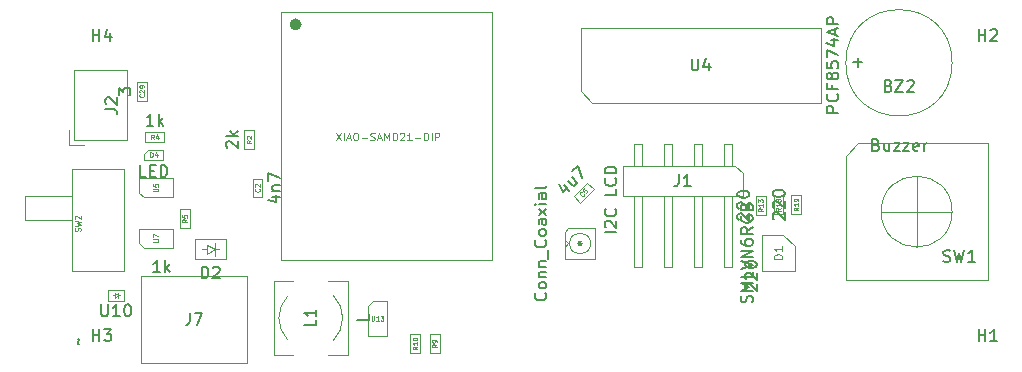
<source format=gbr>
%TF.GenerationSoftware,KiCad,Pcbnew,9.0.2*%
%TF.CreationDate,2025-07-17T17:29:38-04:00*%
%TF.ProjectId,raven-caller,72617665-6e2d-4636-916c-6c65722e6b69,rev?*%
%TF.SameCoordinates,Original*%
%TF.FileFunction,AssemblyDrawing,Top*%
%FSLAX46Y46*%
G04 Gerber Fmt 4.6, Leading zero omitted, Abs format (unit mm)*
G04 Created by KiCad (PCBNEW 9.0.2) date 2025-07-17 17:29:38*
%MOMM*%
%LPD*%
G01*
G04 APERTURE LIST*
%ADD10C,0.150000*%
%ADD11C,0.060000*%
%ADD12C,0.101600*%
%ADD13C,0.100000*%
%ADD14C,0.504000*%
%ADD15C,0.120000*%
G04 APERTURE END LIST*
D10*
X119373866Y-120224404D02*
X119326247Y-120176785D01*
X119326247Y-120176785D02*
X119278628Y-120081547D01*
X119278628Y-120081547D02*
X119373866Y-119891071D01*
X119373866Y-119891071D02*
X119326247Y-119795833D01*
X119326247Y-119795833D02*
X119278628Y-119748214D01*
D11*
X125681927Y-111567261D02*
X126005737Y-111567261D01*
X126005737Y-111567261D02*
X126043832Y-111548214D01*
X126043832Y-111548214D02*
X126062880Y-111529166D01*
X126062880Y-111529166D02*
X126081927Y-111491071D01*
X126081927Y-111491071D02*
X126081927Y-111414880D01*
X126081927Y-111414880D02*
X126062880Y-111376785D01*
X126062880Y-111376785D02*
X126043832Y-111357738D01*
X126043832Y-111357738D02*
X126005737Y-111338690D01*
X126005737Y-111338690D02*
X125681927Y-111338690D01*
X125681927Y-111186309D02*
X125681927Y-110919642D01*
X125681927Y-110919642D02*
X126081927Y-111091071D01*
X125681926Y-107292262D02*
X126005736Y-107292262D01*
X126005736Y-107292262D02*
X126043831Y-107273215D01*
X126043831Y-107273215D02*
X126062879Y-107254167D01*
X126062879Y-107254167D02*
X126081926Y-107216072D01*
X126081926Y-107216072D02*
X126081926Y-107139881D01*
X126081926Y-107139881D02*
X126062879Y-107101786D01*
X126062879Y-107101786D02*
X126043831Y-107082739D01*
X126043831Y-107082739D02*
X126005736Y-107063691D01*
X126005736Y-107063691D02*
X125681926Y-107063691D01*
X125681926Y-106682738D02*
X125681926Y-106873214D01*
X125681926Y-106873214D02*
X125872402Y-106892262D01*
X125872402Y-106892262D02*
X125853355Y-106873214D01*
X125853355Y-106873214D02*
X125834307Y-106835119D01*
X125834307Y-106835119D02*
X125834307Y-106739881D01*
X125834307Y-106739881D02*
X125853355Y-106701786D01*
X125853355Y-106701786D02*
X125872402Y-106682738D01*
X125872402Y-106682738D02*
X125910498Y-106663691D01*
X125910498Y-106663691D02*
X126005736Y-106663691D01*
X126005736Y-106663691D02*
X126043831Y-106682738D01*
X126043831Y-106682738D02*
X126062879Y-106701786D01*
X126062879Y-106701786D02*
X126081926Y-106739881D01*
X126081926Y-106739881D02*
X126081926Y-106835119D01*
X126081926Y-106835119D02*
X126062879Y-106873214D01*
X126062879Y-106873214D02*
X126043831Y-106892262D01*
D10*
X125680952Y-101724819D02*
X125109524Y-101724819D01*
X125395238Y-101724819D02*
X125395238Y-100724819D01*
X125395238Y-100724819D02*
X125300000Y-100867676D01*
X125300000Y-100867676D02*
X125204762Y-100962914D01*
X125204762Y-100962914D02*
X125109524Y-101010533D01*
X126109524Y-101724819D02*
X126109524Y-100724819D01*
X126204762Y-101343866D02*
X126490476Y-101724819D01*
X126490476Y-101058152D02*
X126109524Y-101439104D01*
D11*
X125733333Y-102881927D02*
X125600000Y-102691451D01*
X125504762Y-102881927D02*
X125504762Y-102481927D01*
X125504762Y-102481927D02*
X125657143Y-102481927D01*
X125657143Y-102481927D02*
X125695238Y-102500975D01*
X125695238Y-102500975D02*
X125714285Y-102520022D01*
X125714285Y-102520022D02*
X125733333Y-102558118D01*
X125733333Y-102558118D02*
X125733333Y-102615260D01*
X125733333Y-102615260D02*
X125714285Y-102653356D01*
X125714285Y-102653356D02*
X125695238Y-102672403D01*
X125695238Y-102672403D02*
X125657143Y-102691451D01*
X125657143Y-102691451D02*
X125504762Y-102691451D01*
X126076190Y-102615260D02*
X126076190Y-102881927D01*
X125980952Y-102462880D02*
X125885714Y-102748594D01*
X125885714Y-102748594D02*
X126133333Y-102748594D01*
D10*
X131920057Y-103590475D02*
X131872438Y-103542856D01*
X131872438Y-103542856D02*
X131824819Y-103447618D01*
X131824819Y-103447618D02*
X131824819Y-103209523D01*
X131824819Y-103209523D02*
X131872438Y-103114285D01*
X131872438Y-103114285D02*
X131920057Y-103066666D01*
X131920057Y-103066666D02*
X132015295Y-103019047D01*
X132015295Y-103019047D02*
X132110533Y-103019047D01*
X132110533Y-103019047D02*
X132253390Y-103066666D01*
X132253390Y-103066666D02*
X132824819Y-103638094D01*
X132824819Y-103638094D02*
X132824819Y-103019047D01*
X132824819Y-102590475D02*
X131824819Y-102590475D01*
X132443866Y-102495237D02*
X132824819Y-102209523D01*
X132158152Y-102209523D02*
X132539104Y-102590475D01*
D11*
X133981927Y-102966666D02*
X133791451Y-103099999D01*
X133981927Y-103195237D02*
X133581927Y-103195237D01*
X133581927Y-103195237D02*
X133581927Y-103042856D01*
X133581927Y-103042856D02*
X133600975Y-103004761D01*
X133600975Y-103004761D02*
X133620022Y-102985714D01*
X133620022Y-102985714D02*
X133658118Y-102966666D01*
X133658118Y-102966666D02*
X133715260Y-102966666D01*
X133715260Y-102966666D02*
X133753356Y-102985714D01*
X133753356Y-102985714D02*
X133772403Y-103004761D01*
X133772403Y-103004761D02*
X133791451Y-103042856D01*
X133791451Y-103042856D02*
X133791451Y-103195237D01*
X133620022Y-102814285D02*
X133600975Y-102795237D01*
X133600975Y-102795237D02*
X133581927Y-102757142D01*
X133581927Y-102757142D02*
X133581927Y-102661904D01*
X133581927Y-102661904D02*
X133600975Y-102623809D01*
X133600975Y-102623809D02*
X133620022Y-102604761D01*
X133620022Y-102604761D02*
X133658118Y-102585714D01*
X133658118Y-102585714D02*
X133696213Y-102585714D01*
X133696213Y-102585714D02*
X133753356Y-102604761D01*
X133753356Y-102604761D02*
X133981927Y-102833333D01*
X133981927Y-102833333D02*
X133981927Y-102585714D01*
D10*
X175220056Y-109713095D02*
X175172437Y-109665476D01*
X175172437Y-109665476D02*
X175124818Y-109570238D01*
X175124818Y-109570238D02*
X175124818Y-109332143D01*
X175124818Y-109332143D02*
X175172437Y-109236905D01*
X175172437Y-109236905D02*
X175220056Y-109189286D01*
X175220056Y-109189286D02*
X175315294Y-109141667D01*
X175315294Y-109141667D02*
X175410532Y-109141667D01*
X175410532Y-109141667D02*
X175553389Y-109189286D01*
X175553389Y-109189286D02*
X176124818Y-109760714D01*
X176124818Y-109760714D02*
X176124818Y-109141667D01*
X175220056Y-108760714D02*
X175172437Y-108713095D01*
X175172437Y-108713095D02*
X175124818Y-108617857D01*
X175124818Y-108617857D02*
X175124818Y-108379762D01*
X175124818Y-108379762D02*
X175172437Y-108284524D01*
X175172437Y-108284524D02*
X175220056Y-108236905D01*
X175220056Y-108236905D02*
X175315294Y-108189286D01*
X175315294Y-108189286D02*
X175410532Y-108189286D01*
X175410532Y-108189286D02*
X175553389Y-108236905D01*
X175553389Y-108236905D02*
X176124818Y-108808333D01*
X176124818Y-108808333D02*
X176124818Y-108189286D01*
X175124818Y-107570238D02*
X175124818Y-107475000D01*
X175124818Y-107475000D02*
X175172437Y-107379762D01*
X175172437Y-107379762D02*
X175220056Y-107332143D01*
X175220056Y-107332143D02*
X175315294Y-107284524D01*
X175315294Y-107284524D02*
X175505770Y-107236905D01*
X175505770Y-107236905D02*
X175743865Y-107236905D01*
X175743865Y-107236905D02*
X175934341Y-107284524D01*
X175934341Y-107284524D02*
X176029579Y-107332143D01*
X176029579Y-107332143D02*
X176077199Y-107379762D01*
X176077199Y-107379762D02*
X176124818Y-107475000D01*
X176124818Y-107475000D02*
X176124818Y-107570238D01*
X176124818Y-107570238D02*
X176077199Y-107665476D01*
X176077199Y-107665476D02*
X176029579Y-107713095D01*
X176029579Y-107713095D02*
X175934341Y-107760714D01*
X175934341Y-107760714D02*
X175743865Y-107808333D01*
X175743865Y-107808333D02*
X175505770Y-107808333D01*
X175505770Y-107808333D02*
X175315294Y-107760714D01*
X175315294Y-107760714D02*
X175220056Y-107713095D01*
X175220056Y-107713095D02*
X175172437Y-107665476D01*
X175172437Y-107665476D02*
X175124818Y-107570238D01*
D11*
X177281926Y-108732143D02*
X177091450Y-108865476D01*
X177281926Y-108960714D02*
X176881926Y-108960714D01*
X176881926Y-108960714D02*
X176881926Y-108808333D01*
X176881926Y-108808333D02*
X176900974Y-108770238D01*
X176900974Y-108770238D02*
X176920021Y-108751191D01*
X176920021Y-108751191D02*
X176958117Y-108732143D01*
X176958117Y-108732143D02*
X177015259Y-108732143D01*
X177015259Y-108732143D02*
X177053355Y-108751191D01*
X177053355Y-108751191D02*
X177072402Y-108770238D01*
X177072402Y-108770238D02*
X177091450Y-108808333D01*
X177091450Y-108808333D02*
X177091450Y-108960714D01*
X177281926Y-108351191D02*
X177281926Y-108579762D01*
X177281926Y-108465476D02*
X176881926Y-108465476D01*
X176881926Y-108465476D02*
X176939069Y-108503572D01*
X176939069Y-108503572D02*
X176977164Y-108541667D01*
X176977164Y-108541667D02*
X176996212Y-108579762D01*
X176881926Y-108217858D02*
X176881926Y-107970239D01*
X176881926Y-107970239D02*
X177034307Y-108103572D01*
X177034307Y-108103572D02*
X177034307Y-108046429D01*
X177034307Y-108046429D02*
X177053355Y-108008334D01*
X177053355Y-108008334D02*
X177072402Y-107989286D01*
X177072402Y-107989286D02*
X177110498Y-107970239D01*
X177110498Y-107970239D02*
X177205736Y-107970239D01*
X177205736Y-107970239D02*
X177243831Y-107989286D01*
X177243831Y-107989286D02*
X177262879Y-108008334D01*
X177262879Y-108008334D02*
X177281926Y-108046429D01*
X177281926Y-108046429D02*
X177281926Y-108160715D01*
X177281926Y-108160715D02*
X177262879Y-108198810D01*
X177262879Y-108198810D02*
X177243831Y-108217858D01*
D10*
X120538095Y-94554819D02*
X120538095Y-93554819D01*
X120538095Y-94031009D02*
X121109523Y-94031009D01*
X121109523Y-94554819D02*
X121109523Y-93554819D01*
X122014285Y-93888152D02*
X122014285Y-94554819D01*
X121776190Y-93507200D02*
X121538095Y-94221485D01*
X121538095Y-94221485D02*
X122157142Y-94221485D01*
X183674819Y-100618809D02*
X182674819Y-100618809D01*
X182674819Y-100618809D02*
X182674819Y-100237857D01*
X182674819Y-100237857D02*
X182722438Y-100142619D01*
X182722438Y-100142619D02*
X182770057Y-100095000D01*
X182770057Y-100095000D02*
X182865295Y-100047381D01*
X182865295Y-100047381D02*
X183008152Y-100047381D01*
X183008152Y-100047381D02*
X183103390Y-100095000D01*
X183103390Y-100095000D02*
X183151009Y-100142619D01*
X183151009Y-100142619D02*
X183198628Y-100237857D01*
X183198628Y-100237857D02*
X183198628Y-100618809D01*
X183579580Y-99047381D02*
X183627200Y-99095000D01*
X183627200Y-99095000D02*
X183674819Y-99237857D01*
X183674819Y-99237857D02*
X183674819Y-99333095D01*
X183674819Y-99333095D02*
X183627200Y-99475952D01*
X183627200Y-99475952D02*
X183531961Y-99571190D01*
X183531961Y-99571190D02*
X183436723Y-99618809D01*
X183436723Y-99618809D02*
X183246247Y-99666428D01*
X183246247Y-99666428D02*
X183103390Y-99666428D01*
X183103390Y-99666428D02*
X182912914Y-99618809D01*
X182912914Y-99618809D02*
X182817676Y-99571190D01*
X182817676Y-99571190D02*
X182722438Y-99475952D01*
X182722438Y-99475952D02*
X182674819Y-99333095D01*
X182674819Y-99333095D02*
X182674819Y-99237857D01*
X182674819Y-99237857D02*
X182722438Y-99095000D01*
X182722438Y-99095000D02*
X182770057Y-99047381D01*
X183151009Y-98285476D02*
X183151009Y-98618809D01*
X183674819Y-98618809D02*
X182674819Y-98618809D01*
X182674819Y-98618809D02*
X182674819Y-98142619D01*
X183103390Y-97618809D02*
X183055771Y-97714047D01*
X183055771Y-97714047D02*
X183008152Y-97761666D01*
X183008152Y-97761666D02*
X182912914Y-97809285D01*
X182912914Y-97809285D02*
X182865295Y-97809285D01*
X182865295Y-97809285D02*
X182770057Y-97761666D01*
X182770057Y-97761666D02*
X182722438Y-97714047D01*
X182722438Y-97714047D02*
X182674819Y-97618809D01*
X182674819Y-97618809D02*
X182674819Y-97428333D01*
X182674819Y-97428333D02*
X182722438Y-97333095D01*
X182722438Y-97333095D02*
X182770057Y-97285476D01*
X182770057Y-97285476D02*
X182865295Y-97237857D01*
X182865295Y-97237857D02*
X182912914Y-97237857D01*
X182912914Y-97237857D02*
X183008152Y-97285476D01*
X183008152Y-97285476D02*
X183055771Y-97333095D01*
X183055771Y-97333095D02*
X183103390Y-97428333D01*
X183103390Y-97428333D02*
X183103390Y-97618809D01*
X183103390Y-97618809D02*
X183151009Y-97714047D01*
X183151009Y-97714047D02*
X183198628Y-97761666D01*
X183198628Y-97761666D02*
X183293866Y-97809285D01*
X183293866Y-97809285D02*
X183484342Y-97809285D01*
X183484342Y-97809285D02*
X183579580Y-97761666D01*
X183579580Y-97761666D02*
X183627200Y-97714047D01*
X183627200Y-97714047D02*
X183674819Y-97618809D01*
X183674819Y-97618809D02*
X183674819Y-97428333D01*
X183674819Y-97428333D02*
X183627200Y-97333095D01*
X183627200Y-97333095D02*
X183579580Y-97285476D01*
X183579580Y-97285476D02*
X183484342Y-97237857D01*
X183484342Y-97237857D02*
X183293866Y-97237857D01*
X183293866Y-97237857D02*
X183198628Y-97285476D01*
X183198628Y-97285476D02*
X183151009Y-97333095D01*
X183151009Y-97333095D02*
X183103390Y-97428333D01*
X182674819Y-96333095D02*
X182674819Y-96809285D01*
X182674819Y-96809285D02*
X183151009Y-96856904D01*
X183151009Y-96856904D02*
X183103390Y-96809285D01*
X183103390Y-96809285D02*
X183055771Y-96714047D01*
X183055771Y-96714047D02*
X183055771Y-96475952D01*
X183055771Y-96475952D02*
X183103390Y-96380714D01*
X183103390Y-96380714D02*
X183151009Y-96333095D01*
X183151009Y-96333095D02*
X183246247Y-96285476D01*
X183246247Y-96285476D02*
X183484342Y-96285476D01*
X183484342Y-96285476D02*
X183579580Y-96333095D01*
X183579580Y-96333095D02*
X183627200Y-96380714D01*
X183627200Y-96380714D02*
X183674819Y-96475952D01*
X183674819Y-96475952D02*
X183674819Y-96714047D01*
X183674819Y-96714047D02*
X183627200Y-96809285D01*
X183627200Y-96809285D02*
X183579580Y-96856904D01*
X182674819Y-95952142D02*
X182674819Y-95285476D01*
X182674819Y-95285476D02*
X183674819Y-95714047D01*
X183008152Y-94475952D02*
X183674819Y-94475952D01*
X182627200Y-94714047D02*
X183341485Y-94952142D01*
X183341485Y-94952142D02*
X183341485Y-94333095D01*
X183389104Y-93999761D02*
X183389104Y-93523571D01*
X183674819Y-94094999D02*
X182674819Y-93761666D01*
X182674819Y-93761666D02*
X183674819Y-93428333D01*
X183674819Y-93094999D02*
X182674819Y-93094999D01*
X182674819Y-93094999D02*
X182674819Y-92714047D01*
X182674819Y-92714047D02*
X182722438Y-92618809D01*
X182722438Y-92618809D02*
X182770057Y-92571190D01*
X182770057Y-92571190D02*
X182865295Y-92523571D01*
X182865295Y-92523571D02*
X183008152Y-92523571D01*
X183008152Y-92523571D02*
X183103390Y-92571190D01*
X183103390Y-92571190D02*
X183151009Y-92618809D01*
X183151009Y-92618809D02*
X183198628Y-92714047D01*
X183198628Y-92714047D02*
X183198628Y-93094999D01*
X171238095Y-96049819D02*
X171238095Y-96859342D01*
X171238095Y-96859342D02*
X171285714Y-96954580D01*
X171285714Y-96954580D02*
X171333333Y-97002200D01*
X171333333Y-97002200D02*
X171428571Y-97049819D01*
X171428571Y-97049819D02*
X171619047Y-97049819D01*
X171619047Y-97049819D02*
X171714285Y-97002200D01*
X171714285Y-97002200D02*
X171761904Y-96954580D01*
X171761904Y-96954580D02*
X171809523Y-96859342D01*
X171809523Y-96859342D02*
X171809523Y-96049819D01*
X172714285Y-96383152D02*
X172714285Y-97049819D01*
X172476190Y-96002200D02*
X172238095Y-96716485D01*
X172238095Y-96716485D02*
X172857142Y-96716485D01*
D12*
X141120357Y-102333479D02*
X141543690Y-102968479D01*
X141543690Y-102333479D02*
X141120357Y-102968479D01*
X141785595Y-102968479D02*
X141785595Y-102333479D01*
X142057738Y-102787050D02*
X142360119Y-102787050D01*
X141997262Y-102968479D02*
X142208928Y-102333479D01*
X142208928Y-102333479D02*
X142420595Y-102968479D01*
X142753214Y-102333479D02*
X142874167Y-102333479D01*
X142874167Y-102333479D02*
X142934643Y-102363717D01*
X142934643Y-102363717D02*
X142995119Y-102424193D01*
X142995119Y-102424193D02*
X143025357Y-102545145D01*
X143025357Y-102545145D02*
X143025357Y-102756812D01*
X143025357Y-102756812D02*
X142995119Y-102877764D01*
X142995119Y-102877764D02*
X142934643Y-102938241D01*
X142934643Y-102938241D02*
X142874167Y-102968479D01*
X142874167Y-102968479D02*
X142753214Y-102968479D01*
X142753214Y-102968479D02*
X142692738Y-102938241D01*
X142692738Y-102938241D02*
X142632262Y-102877764D01*
X142632262Y-102877764D02*
X142602024Y-102756812D01*
X142602024Y-102756812D02*
X142602024Y-102545145D01*
X142602024Y-102545145D02*
X142632262Y-102424193D01*
X142632262Y-102424193D02*
X142692738Y-102363717D01*
X142692738Y-102363717D02*
X142753214Y-102333479D01*
X143297500Y-102726574D02*
X143781310Y-102726574D01*
X144053452Y-102938241D02*
X144144166Y-102968479D01*
X144144166Y-102968479D02*
X144295357Y-102968479D01*
X144295357Y-102968479D02*
X144355833Y-102938241D01*
X144355833Y-102938241D02*
X144386071Y-102908002D01*
X144386071Y-102908002D02*
X144416309Y-102847526D01*
X144416309Y-102847526D02*
X144416309Y-102787050D01*
X144416309Y-102787050D02*
X144386071Y-102726574D01*
X144386071Y-102726574D02*
X144355833Y-102696336D01*
X144355833Y-102696336D02*
X144295357Y-102666098D01*
X144295357Y-102666098D02*
X144174404Y-102635860D01*
X144174404Y-102635860D02*
X144113928Y-102605621D01*
X144113928Y-102605621D02*
X144083690Y-102575383D01*
X144083690Y-102575383D02*
X144053452Y-102514907D01*
X144053452Y-102514907D02*
X144053452Y-102454431D01*
X144053452Y-102454431D02*
X144083690Y-102393955D01*
X144083690Y-102393955D02*
X144113928Y-102363717D01*
X144113928Y-102363717D02*
X144174404Y-102333479D01*
X144174404Y-102333479D02*
X144325595Y-102333479D01*
X144325595Y-102333479D02*
X144416309Y-102363717D01*
X144658214Y-102787050D02*
X144960595Y-102787050D01*
X144597738Y-102968479D02*
X144809404Y-102333479D01*
X144809404Y-102333479D02*
X145021071Y-102968479D01*
X145232738Y-102968479D02*
X145232738Y-102333479D01*
X145232738Y-102333479D02*
X145444405Y-102787050D01*
X145444405Y-102787050D02*
X145656071Y-102333479D01*
X145656071Y-102333479D02*
X145656071Y-102968479D01*
X145958452Y-102968479D02*
X145958452Y-102333479D01*
X145958452Y-102333479D02*
X146109642Y-102333479D01*
X146109642Y-102333479D02*
X146200357Y-102363717D01*
X146200357Y-102363717D02*
X146260833Y-102424193D01*
X146260833Y-102424193D02*
X146291071Y-102484669D01*
X146291071Y-102484669D02*
X146321309Y-102605621D01*
X146321309Y-102605621D02*
X146321309Y-102696336D01*
X146321309Y-102696336D02*
X146291071Y-102817288D01*
X146291071Y-102817288D02*
X146260833Y-102877764D01*
X146260833Y-102877764D02*
X146200357Y-102938241D01*
X146200357Y-102938241D02*
X146109642Y-102968479D01*
X146109642Y-102968479D02*
X145958452Y-102968479D01*
X146563214Y-102393955D02*
X146593452Y-102363717D01*
X146593452Y-102363717D02*
X146653928Y-102333479D01*
X146653928Y-102333479D02*
X146805119Y-102333479D01*
X146805119Y-102333479D02*
X146865595Y-102363717D01*
X146865595Y-102363717D02*
X146895833Y-102393955D01*
X146895833Y-102393955D02*
X146926071Y-102454431D01*
X146926071Y-102454431D02*
X146926071Y-102514907D01*
X146926071Y-102514907D02*
X146895833Y-102605621D01*
X146895833Y-102605621D02*
X146532976Y-102968479D01*
X146532976Y-102968479D02*
X146926071Y-102968479D01*
X147530833Y-102968479D02*
X147167976Y-102968479D01*
X147349404Y-102968479D02*
X147349404Y-102333479D01*
X147349404Y-102333479D02*
X147288928Y-102424193D01*
X147288928Y-102424193D02*
X147228452Y-102484669D01*
X147228452Y-102484669D02*
X147167976Y-102514907D01*
X147802976Y-102726574D02*
X148286786Y-102726574D01*
X148589166Y-102968479D02*
X148589166Y-102333479D01*
X148589166Y-102333479D02*
X148740356Y-102333479D01*
X148740356Y-102333479D02*
X148831071Y-102363717D01*
X148831071Y-102363717D02*
X148891547Y-102424193D01*
X148891547Y-102424193D02*
X148921785Y-102484669D01*
X148921785Y-102484669D02*
X148952023Y-102605621D01*
X148952023Y-102605621D02*
X148952023Y-102696336D01*
X148952023Y-102696336D02*
X148921785Y-102817288D01*
X148921785Y-102817288D02*
X148891547Y-102877764D01*
X148891547Y-102877764D02*
X148831071Y-102938241D01*
X148831071Y-102938241D02*
X148740356Y-102968479D01*
X148740356Y-102968479D02*
X148589166Y-102968479D01*
X149224166Y-102968479D02*
X149224166Y-102333479D01*
X149526547Y-102968479D02*
X149526547Y-102333479D01*
X149526547Y-102333479D02*
X149768452Y-102333479D01*
X149768452Y-102333479D02*
X149828928Y-102363717D01*
X149828928Y-102363717D02*
X149859166Y-102393955D01*
X149859166Y-102393955D02*
X149889404Y-102454431D01*
X149889404Y-102454431D02*
X149889404Y-102545145D01*
X149889404Y-102545145D02*
X149859166Y-102605621D01*
X149859166Y-102605621D02*
X149828928Y-102635860D01*
X149828928Y-102635860D02*
X149768452Y-102666098D01*
X149768452Y-102666098D02*
X149526547Y-102666098D01*
D10*
X129761905Y-114654820D02*
X129761905Y-113654820D01*
X129761905Y-113654820D02*
X130000000Y-113654820D01*
X130000000Y-113654820D02*
X130142857Y-113702439D01*
X130142857Y-113702439D02*
X130238095Y-113797677D01*
X130238095Y-113797677D02*
X130285714Y-113892915D01*
X130285714Y-113892915D02*
X130333333Y-114083391D01*
X130333333Y-114083391D02*
X130333333Y-114226248D01*
X130333333Y-114226248D02*
X130285714Y-114416724D01*
X130285714Y-114416724D02*
X130238095Y-114511962D01*
X130238095Y-114511962D02*
X130142857Y-114607201D01*
X130142857Y-114607201D02*
X130000000Y-114654820D01*
X130000000Y-114654820D02*
X129761905Y-114654820D01*
X130714286Y-113750058D02*
X130761905Y-113702439D01*
X130761905Y-113702439D02*
X130857143Y-113654820D01*
X130857143Y-113654820D02*
X131095238Y-113654820D01*
X131095238Y-113654820D02*
X131190476Y-113702439D01*
X131190476Y-113702439D02*
X131238095Y-113750058D01*
X131238095Y-113750058D02*
X131285714Y-113845296D01*
X131285714Y-113845296D02*
X131285714Y-113940534D01*
X131285714Y-113940534D02*
X131238095Y-114083391D01*
X131238095Y-114083391D02*
X130666667Y-114654820D01*
X130666667Y-114654820D02*
X131285714Y-114654820D01*
X143904819Y-117690476D02*
X143904819Y-118166666D01*
X143904819Y-118166666D02*
X142904819Y-118166666D01*
X139454819Y-118166666D02*
X139454819Y-118642856D01*
X139454819Y-118642856D02*
X138454819Y-118642856D01*
X139454819Y-117309523D02*
X139454819Y-117880951D01*
X139454819Y-117595237D02*
X138454819Y-117595237D01*
X138454819Y-117595237D02*
X138597676Y-117690475D01*
X138597676Y-117690475D02*
X138692914Y-117785713D01*
X138692914Y-117785713D02*
X138740533Y-117880951D01*
X128776666Y-117559819D02*
X128776666Y-118274104D01*
X128776666Y-118274104D02*
X128729047Y-118416961D01*
X128729047Y-118416961D02*
X128633809Y-118512200D01*
X128633809Y-118512200D02*
X128490952Y-118559819D01*
X128490952Y-118559819D02*
X128395714Y-118559819D01*
X129157619Y-117559819D02*
X129824285Y-117559819D01*
X129824285Y-117559819D02*
X129395714Y-118559819D01*
X186871427Y-103331009D02*
X187014284Y-103378628D01*
X187014284Y-103378628D02*
X187061903Y-103426247D01*
X187061903Y-103426247D02*
X187109522Y-103521485D01*
X187109522Y-103521485D02*
X187109522Y-103664342D01*
X187109522Y-103664342D02*
X187061903Y-103759580D01*
X187061903Y-103759580D02*
X187014284Y-103807200D01*
X187014284Y-103807200D02*
X186919046Y-103854819D01*
X186919046Y-103854819D02*
X186538094Y-103854819D01*
X186538094Y-103854819D02*
X186538094Y-102854819D01*
X186538094Y-102854819D02*
X186871427Y-102854819D01*
X186871427Y-102854819D02*
X186966665Y-102902438D01*
X186966665Y-102902438D02*
X187014284Y-102950057D01*
X187014284Y-102950057D02*
X187061903Y-103045295D01*
X187061903Y-103045295D02*
X187061903Y-103140533D01*
X187061903Y-103140533D02*
X187014284Y-103235771D01*
X187014284Y-103235771D02*
X186966665Y-103283390D01*
X186966665Y-103283390D02*
X186871427Y-103331009D01*
X186871427Y-103331009D02*
X186538094Y-103331009D01*
X187966665Y-103188152D02*
X187966665Y-103854819D01*
X187538094Y-103188152D02*
X187538094Y-103711961D01*
X187538094Y-103711961D02*
X187585713Y-103807200D01*
X187585713Y-103807200D02*
X187680951Y-103854819D01*
X187680951Y-103854819D02*
X187823808Y-103854819D01*
X187823808Y-103854819D02*
X187919046Y-103807200D01*
X187919046Y-103807200D02*
X187966665Y-103759580D01*
X188347618Y-103188152D02*
X188871427Y-103188152D01*
X188871427Y-103188152D02*
X188347618Y-103854819D01*
X188347618Y-103854819D02*
X188871427Y-103854819D01*
X189157142Y-103188152D02*
X189680951Y-103188152D01*
X189680951Y-103188152D02*
X189157142Y-103854819D01*
X189157142Y-103854819D02*
X189680951Y-103854819D01*
X190442856Y-103807200D02*
X190347618Y-103854819D01*
X190347618Y-103854819D02*
X190157142Y-103854819D01*
X190157142Y-103854819D02*
X190061904Y-103807200D01*
X190061904Y-103807200D02*
X190014285Y-103711961D01*
X190014285Y-103711961D02*
X190014285Y-103331009D01*
X190014285Y-103331009D02*
X190061904Y-103235771D01*
X190061904Y-103235771D02*
X190157142Y-103188152D01*
X190157142Y-103188152D02*
X190347618Y-103188152D01*
X190347618Y-103188152D02*
X190442856Y-103235771D01*
X190442856Y-103235771D02*
X190490475Y-103331009D01*
X190490475Y-103331009D02*
X190490475Y-103426247D01*
X190490475Y-103426247D02*
X190014285Y-103521485D01*
X190919047Y-103854819D02*
X190919047Y-103188152D01*
X190919047Y-103378628D02*
X190966666Y-103283390D01*
X190966666Y-103283390D02*
X191014285Y-103235771D01*
X191014285Y-103235771D02*
X191109523Y-103188152D01*
X191109523Y-103188152D02*
X191204761Y-103188152D01*
X184919047Y-96373866D02*
X185680952Y-96373866D01*
X185299999Y-96754819D02*
X185299999Y-95992914D01*
X187919046Y-98331009D02*
X188061903Y-98378628D01*
X188061903Y-98378628D02*
X188109522Y-98426247D01*
X188109522Y-98426247D02*
X188157141Y-98521485D01*
X188157141Y-98521485D02*
X188157141Y-98664342D01*
X188157141Y-98664342D02*
X188109522Y-98759580D01*
X188109522Y-98759580D02*
X188061903Y-98807200D01*
X188061903Y-98807200D02*
X187966665Y-98854819D01*
X187966665Y-98854819D02*
X187585713Y-98854819D01*
X187585713Y-98854819D02*
X187585713Y-97854819D01*
X187585713Y-97854819D02*
X187919046Y-97854819D01*
X187919046Y-97854819D02*
X188014284Y-97902438D01*
X188014284Y-97902438D02*
X188061903Y-97950057D01*
X188061903Y-97950057D02*
X188109522Y-98045295D01*
X188109522Y-98045295D02*
X188109522Y-98140533D01*
X188109522Y-98140533D02*
X188061903Y-98235771D01*
X188061903Y-98235771D02*
X188014284Y-98283390D01*
X188014284Y-98283390D02*
X187919046Y-98331009D01*
X187919046Y-98331009D02*
X187585713Y-98331009D01*
X188490475Y-97854819D02*
X189157141Y-97854819D01*
X189157141Y-97854819D02*
X188490475Y-98854819D01*
X188490475Y-98854819D02*
X189157141Y-98854819D01*
X189490475Y-97950057D02*
X189538094Y-97902438D01*
X189538094Y-97902438D02*
X189633332Y-97854819D01*
X189633332Y-97854819D02*
X189871427Y-97854819D01*
X189871427Y-97854819D02*
X189966665Y-97902438D01*
X189966665Y-97902438D02*
X190014284Y-97950057D01*
X190014284Y-97950057D02*
X190061903Y-98045295D01*
X190061903Y-98045295D02*
X190061903Y-98140533D01*
X190061903Y-98140533D02*
X190014284Y-98283390D01*
X190014284Y-98283390D02*
X189442856Y-98854819D01*
X189442856Y-98854819D02*
X190061903Y-98854819D01*
X192566667Y-113207200D02*
X192709524Y-113254819D01*
X192709524Y-113254819D02*
X192947619Y-113254819D01*
X192947619Y-113254819D02*
X193042857Y-113207200D01*
X193042857Y-113207200D02*
X193090476Y-113159580D01*
X193090476Y-113159580D02*
X193138095Y-113064342D01*
X193138095Y-113064342D02*
X193138095Y-112969104D01*
X193138095Y-112969104D02*
X193090476Y-112873866D01*
X193090476Y-112873866D02*
X193042857Y-112826247D01*
X193042857Y-112826247D02*
X192947619Y-112778628D01*
X192947619Y-112778628D02*
X192757143Y-112731009D01*
X192757143Y-112731009D02*
X192661905Y-112683390D01*
X192661905Y-112683390D02*
X192614286Y-112635771D01*
X192614286Y-112635771D02*
X192566667Y-112540533D01*
X192566667Y-112540533D02*
X192566667Y-112445295D01*
X192566667Y-112445295D02*
X192614286Y-112350057D01*
X192614286Y-112350057D02*
X192661905Y-112302438D01*
X192661905Y-112302438D02*
X192757143Y-112254819D01*
X192757143Y-112254819D02*
X192995238Y-112254819D01*
X192995238Y-112254819D02*
X193138095Y-112302438D01*
X193471429Y-112254819D02*
X193709524Y-113254819D01*
X193709524Y-113254819D02*
X193900000Y-112540533D01*
X193900000Y-112540533D02*
X194090476Y-113254819D01*
X194090476Y-113254819D02*
X194328572Y-112254819D01*
X195233333Y-113254819D02*
X194661905Y-113254819D01*
X194947619Y-113254819D02*
X194947619Y-112254819D01*
X194947619Y-112254819D02*
X194852381Y-112397676D01*
X194852381Y-112397676D02*
X194757143Y-112492914D01*
X194757143Y-112492914D02*
X194661905Y-112540533D01*
D11*
X144142262Y-117831927D02*
X144142262Y-118155737D01*
X144142262Y-118155737D02*
X144161309Y-118193832D01*
X144161309Y-118193832D02*
X144180357Y-118212880D01*
X144180357Y-118212880D02*
X144218452Y-118231927D01*
X144218452Y-118231927D02*
X144294643Y-118231927D01*
X144294643Y-118231927D02*
X144332738Y-118212880D01*
X144332738Y-118212880D02*
X144351785Y-118193832D01*
X144351785Y-118193832D02*
X144370833Y-118155737D01*
X144370833Y-118155737D02*
X144370833Y-117831927D01*
X144770833Y-118231927D02*
X144542262Y-118231927D01*
X144656548Y-118231927D02*
X144656548Y-117831927D01*
X144656548Y-117831927D02*
X144618452Y-117889070D01*
X144618452Y-117889070D02*
X144580357Y-117927165D01*
X144580357Y-117927165D02*
X144542262Y-117946213D01*
X144904166Y-117831927D02*
X145151785Y-117831927D01*
X145151785Y-117831927D02*
X145018452Y-117984308D01*
X145018452Y-117984308D02*
X145075595Y-117984308D01*
X145075595Y-117984308D02*
X145113690Y-118003356D01*
X145113690Y-118003356D02*
X145132738Y-118022403D01*
X145132738Y-118022403D02*
X145151785Y-118060499D01*
X145151785Y-118060499D02*
X145151785Y-118155737D01*
X145151785Y-118155737D02*
X145132738Y-118193832D01*
X145132738Y-118193832D02*
X145113690Y-118212880D01*
X145113690Y-118212880D02*
X145075595Y-118231927D01*
X145075595Y-118231927D02*
X144961309Y-118231927D01*
X144961309Y-118231927D02*
X144923214Y-118212880D01*
X144923214Y-118212880D02*
X144904166Y-118193832D01*
D10*
X164874819Y-110761904D02*
X163874819Y-110761904D01*
X163970057Y-110333333D02*
X163922438Y-110285714D01*
X163922438Y-110285714D02*
X163874819Y-110190476D01*
X163874819Y-110190476D02*
X163874819Y-109952381D01*
X163874819Y-109952381D02*
X163922438Y-109857143D01*
X163922438Y-109857143D02*
X163970057Y-109809524D01*
X163970057Y-109809524D02*
X164065295Y-109761905D01*
X164065295Y-109761905D02*
X164160533Y-109761905D01*
X164160533Y-109761905D02*
X164303390Y-109809524D01*
X164303390Y-109809524D02*
X164874819Y-110380952D01*
X164874819Y-110380952D02*
X164874819Y-109761905D01*
X164779580Y-108761905D02*
X164827200Y-108809524D01*
X164827200Y-108809524D02*
X164874819Y-108952381D01*
X164874819Y-108952381D02*
X164874819Y-109047619D01*
X164874819Y-109047619D02*
X164827200Y-109190476D01*
X164827200Y-109190476D02*
X164731961Y-109285714D01*
X164731961Y-109285714D02*
X164636723Y-109333333D01*
X164636723Y-109333333D02*
X164446247Y-109380952D01*
X164446247Y-109380952D02*
X164303390Y-109380952D01*
X164303390Y-109380952D02*
X164112914Y-109333333D01*
X164112914Y-109333333D02*
X164017676Y-109285714D01*
X164017676Y-109285714D02*
X163922438Y-109190476D01*
X163922438Y-109190476D02*
X163874819Y-109047619D01*
X163874819Y-109047619D02*
X163874819Y-108952381D01*
X163874819Y-108952381D02*
X163922438Y-108809524D01*
X163922438Y-108809524D02*
X163970057Y-108761905D01*
X164874819Y-107095238D02*
X164874819Y-107571428D01*
X164874819Y-107571428D02*
X163874819Y-107571428D01*
X164779580Y-106190476D02*
X164827200Y-106238095D01*
X164827200Y-106238095D02*
X164874819Y-106380952D01*
X164874819Y-106380952D02*
X164874819Y-106476190D01*
X164874819Y-106476190D02*
X164827200Y-106619047D01*
X164827200Y-106619047D02*
X164731961Y-106714285D01*
X164731961Y-106714285D02*
X164636723Y-106761904D01*
X164636723Y-106761904D02*
X164446247Y-106809523D01*
X164446247Y-106809523D02*
X164303390Y-106809523D01*
X164303390Y-106809523D02*
X164112914Y-106761904D01*
X164112914Y-106761904D02*
X164017676Y-106714285D01*
X164017676Y-106714285D02*
X163922438Y-106619047D01*
X163922438Y-106619047D02*
X163874819Y-106476190D01*
X163874819Y-106476190D02*
X163874819Y-106380952D01*
X163874819Y-106380952D02*
X163922438Y-106238095D01*
X163922438Y-106238095D02*
X163970057Y-106190476D01*
X164874819Y-105761904D02*
X163874819Y-105761904D01*
X163874819Y-105761904D02*
X163874819Y-105523809D01*
X163874819Y-105523809D02*
X163922438Y-105380952D01*
X163922438Y-105380952D02*
X164017676Y-105285714D01*
X164017676Y-105285714D02*
X164112914Y-105238095D01*
X164112914Y-105238095D02*
X164303390Y-105190476D01*
X164303390Y-105190476D02*
X164446247Y-105190476D01*
X164446247Y-105190476D02*
X164636723Y-105238095D01*
X164636723Y-105238095D02*
X164731961Y-105285714D01*
X164731961Y-105285714D02*
X164827200Y-105380952D01*
X164827200Y-105380952D02*
X164874819Y-105523809D01*
X164874819Y-105523809D02*
X164874819Y-105761904D01*
X170166666Y-105839819D02*
X170166666Y-106554104D01*
X170166666Y-106554104D02*
X170119047Y-106696961D01*
X170119047Y-106696961D02*
X170023809Y-106792200D01*
X170023809Y-106792200D02*
X169880952Y-106839819D01*
X169880952Y-106839819D02*
X169785714Y-106839819D01*
X171166666Y-106839819D02*
X170595238Y-106839819D01*
X170880952Y-106839819D02*
X170880952Y-105839819D01*
X170880952Y-105839819D02*
X170785714Y-105982676D01*
X170785714Y-105982676D02*
X170690476Y-106077914D01*
X170690476Y-106077914D02*
X170595238Y-106125533D01*
X122724819Y-99133332D02*
X122724819Y-98514285D01*
X122724819Y-98514285D02*
X123105771Y-98847618D01*
X123105771Y-98847618D02*
X123105771Y-98704761D01*
X123105771Y-98704761D02*
X123153390Y-98609523D01*
X123153390Y-98609523D02*
X123201009Y-98561904D01*
X123201009Y-98561904D02*
X123296247Y-98514285D01*
X123296247Y-98514285D02*
X123534342Y-98514285D01*
X123534342Y-98514285D02*
X123629580Y-98561904D01*
X123629580Y-98561904D02*
X123677200Y-98609523D01*
X123677200Y-98609523D02*
X123724819Y-98704761D01*
X123724819Y-98704761D02*
X123724819Y-98990475D01*
X123724819Y-98990475D02*
X123677200Y-99085713D01*
X123677200Y-99085713D02*
X123629580Y-99133332D01*
D11*
X124843832Y-99057142D02*
X124862880Y-99076190D01*
X124862880Y-99076190D02*
X124881927Y-99133332D01*
X124881927Y-99133332D02*
X124881927Y-99171428D01*
X124881927Y-99171428D02*
X124862880Y-99228571D01*
X124862880Y-99228571D02*
X124824784Y-99266666D01*
X124824784Y-99266666D02*
X124786689Y-99285713D01*
X124786689Y-99285713D02*
X124710499Y-99304761D01*
X124710499Y-99304761D02*
X124653356Y-99304761D01*
X124653356Y-99304761D02*
X124577165Y-99285713D01*
X124577165Y-99285713D02*
X124539070Y-99266666D01*
X124539070Y-99266666D02*
X124500975Y-99228571D01*
X124500975Y-99228571D02*
X124481927Y-99171428D01*
X124481927Y-99171428D02*
X124481927Y-99133332D01*
X124481927Y-99133332D02*
X124500975Y-99076190D01*
X124500975Y-99076190D02*
X124520022Y-99057142D01*
X124520022Y-98904761D02*
X124500975Y-98885713D01*
X124500975Y-98885713D02*
X124481927Y-98847618D01*
X124481927Y-98847618D02*
X124481927Y-98752380D01*
X124481927Y-98752380D02*
X124500975Y-98714285D01*
X124500975Y-98714285D02*
X124520022Y-98695237D01*
X124520022Y-98695237D02*
X124558118Y-98676190D01*
X124558118Y-98676190D02*
X124596213Y-98676190D01*
X124596213Y-98676190D02*
X124653356Y-98695237D01*
X124653356Y-98695237D02*
X124881927Y-98923809D01*
X124881927Y-98923809D02*
X124881927Y-98676190D01*
X124881927Y-98485714D02*
X124881927Y-98409523D01*
X124881927Y-98409523D02*
X124862880Y-98371428D01*
X124862880Y-98371428D02*
X124843832Y-98352380D01*
X124843832Y-98352380D02*
X124786689Y-98314285D01*
X124786689Y-98314285D02*
X124710499Y-98295238D01*
X124710499Y-98295238D02*
X124558118Y-98295238D01*
X124558118Y-98295238D02*
X124520022Y-98314285D01*
X124520022Y-98314285D02*
X124500975Y-98333333D01*
X124500975Y-98333333D02*
X124481927Y-98371428D01*
X124481927Y-98371428D02*
X124481927Y-98447619D01*
X124481927Y-98447619D02*
X124500975Y-98485714D01*
X124500975Y-98485714D02*
X124520022Y-98504761D01*
X124520022Y-98504761D02*
X124558118Y-98523809D01*
X124558118Y-98523809D02*
X124653356Y-98523809D01*
X124653356Y-98523809D02*
X124691451Y-98504761D01*
X124691451Y-98504761D02*
X124710499Y-98485714D01*
X124710499Y-98485714D02*
X124729546Y-98447619D01*
X124729546Y-98447619D02*
X124729546Y-98371428D01*
X124729546Y-98371428D02*
X124710499Y-98333333D01*
X124710499Y-98333333D02*
X124691451Y-98314285D01*
X124691451Y-98314285D02*
X124653356Y-98295238D01*
D10*
X178220056Y-109638094D02*
X178172437Y-109590475D01*
X178172437Y-109590475D02*
X178124818Y-109495237D01*
X178124818Y-109495237D02*
X178124818Y-109257142D01*
X178124818Y-109257142D02*
X178172437Y-109161904D01*
X178172437Y-109161904D02*
X178220056Y-109114285D01*
X178220056Y-109114285D02*
X178315294Y-109066666D01*
X178315294Y-109066666D02*
X178410532Y-109066666D01*
X178410532Y-109066666D02*
X178553389Y-109114285D01*
X178553389Y-109114285D02*
X179124818Y-109685713D01*
X179124818Y-109685713D02*
X179124818Y-109066666D01*
X178220056Y-108685713D02*
X178172437Y-108638094D01*
X178172437Y-108638094D02*
X178124818Y-108542856D01*
X178124818Y-108542856D02*
X178124818Y-108304761D01*
X178124818Y-108304761D02*
X178172437Y-108209523D01*
X178172437Y-108209523D02*
X178220056Y-108161904D01*
X178220056Y-108161904D02*
X178315294Y-108114285D01*
X178315294Y-108114285D02*
X178410532Y-108114285D01*
X178410532Y-108114285D02*
X178553389Y-108161904D01*
X178553389Y-108161904D02*
X179124818Y-108733332D01*
X179124818Y-108733332D02*
X179124818Y-108114285D01*
X178124818Y-107495237D02*
X178124818Y-107399999D01*
X178124818Y-107399999D02*
X178172437Y-107304761D01*
X178172437Y-107304761D02*
X178220056Y-107257142D01*
X178220056Y-107257142D02*
X178315294Y-107209523D01*
X178315294Y-107209523D02*
X178505770Y-107161904D01*
X178505770Y-107161904D02*
X178743865Y-107161904D01*
X178743865Y-107161904D02*
X178934341Y-107209523D01*
X178934341Y-107209523D02*
X179029579Y-107257142D01*
X179029579Y-107257142D02*
X179077199Y-107304761D01*
X179077199Y-107304761D02*
X179124818Y-107399999D01*
X179124818Y-107399999D02*
X179124818Y-107495237D01*
X179124818Y-107495237D02*
X179077199Y-107590475D01*
X179077199Y-107590475D02*
X179029579Y-107638094D01*
X179029579Y-107638094D02*
X178934341Y-107685713D01*
X178934341Y-107685713D02*
X178743865Y-107733332D01*
X178743865Y-107733332D02*
X178505770Y-107733332D01*
X178505770Y-107733332D02*
X178315294Y-107685713D01*
X178315294Y-107685713D02*
X178220056Y-107638094D01*
X178220056Y-107638094D02*
X178172437Y-107590475D01*
X178172437Y-107590475D02*
X178124818Y-107495237D01*
D11*
X180281926Y-108657142D02*
X180091450Y-108790475D01*
X180281926Y-108885713D02*
X179881926Y-108885713D01*
X179881926Y-108885713D02*
X179881926Y-108733332D01*
X179881926Y-108733332D02*
X179900974Y-108695237D01*
X179900974Y-108695237D02*
X179920021Y-108676190D01*
X179920021Y-108676190D02*
X179958117Y-108657142D01*
X179958117Y-108657142D02*
X180015259Y-108657142D01*
X180015259Y-108657142D02*
X180053355Y-108676190D01*
X180053355Y-108676190D02*
X180072402Y-108695237D01*
X180072402Y-108695237D02*
X180091450Y-108733332D01*
X180091450Y-108733332D02*
X180091450Y-108885713D01*
X180281926Y-108276190D02*
X180281926Y-108504761D01*
X180281926Y-108390475D02*
X179881926Y-108390475D01*
X179881926Y-108390475D02*
X179939069Y-108428571D01*
X179939069Y-108428571D02*
X179977164Y-108466666D01*
X179977164Y-108466666D02*
X179996212Y-108504761D01*
X180281926Y-108085714D02*
X180281926Y-108009523D01*
X180281926Y-108009523D02*
X180262879Y-107971428D01*
X180262879Y-107971428D02*
X180243831Y-107952380D01*
X180243831Y-107952380D02*
X180186688Y-107914285D01*
X180186688Y-107914285D02*
X180110498Y-107895238D01*
X180110498Y-107895238D02*
X179958117Y-107895238D01*
X179958117Y-107895238D02*
X179920021Y-107914285D01*
X179920021Y-107914285D02*
X179900974Y-107933333D01*
X179900974Y-107933333D02*
X179881926Y-107971428D01*
X179881926Y-107971428D02*
X179881926Y-108047619D01*
X179881926Y-108047619D02*
X179900974Y-108085714D01*
X179900974Y-108085714D02*
X179920021Y-108104761D01*
X179920021Y-108104761D02*
X179958117Y-108123809D01*
X179958117Y-108123809D02*
X180053355Y-108123809D01*
X180053355Y-108123809D02*
X180091450Y-108104761D01*
X180091450Y-108104761D02*
X180110498Y-108085714D01*
X180110498Y-108085714D02*
X180129545Y-108047619D01*
X180129545Y-108047619D02*
X180129545Y-107971428D01*
X180129545Y-107971428D02*
X180110498Y-107933333D01*
X180110498Y-107933333D02*
X180091450Y-107914285D01*
X180091450Y-107914285D02*
X180053355Y-107895238D01*
D10*
X158857579Y-115890476D02*
X158905199Y-115938095D01*
X158905199Y-115938095D02*
X158952818Y-116080952D01*
X158952818Y-116080952D02*
X158952818Y-116176190D01*
X158952818Y-116176190D02*
X158905199Y-116319047D01*
X158905199Y-116319047D02*
X158809960Y-116414285D01*
X158809960Y-116414285D02*
X158714722Y-116461904D01*
X158714722Y-116461904D02*
X158524246Y-116509523D01*
X158524246Y-116509523D02*
X158381389Y-116509523D01*
X158381389Y-116509523D02*
X158190913Y-116461904D01*
X158190913Y-116461904D02*
X158095675Y-116414285D01*
X158095675Y-116414285D02*
X158000437Y-116319047D01*
X158000437Y-116319047D02*
X157952818Y-116176190D01*
X157952818Y-116176190D02*
X157952818Y-116080952D01*
X157952818Y-116080952D02*
X158000437Y-115938095D01*
X158000437Y-115938095D02*
X158048056Y-115890476D01*
X158952818Y-115319047D02*
X158905199Y-115414285D01*
X158905199Y-115414285D02*
X158857579Y-115461904D01*
X158857579Y-115461904D02*
X158762341Y-115509523D01*
X158762341Y-115509523D02*
X158476627Y-115509523D01*
X158476627Y-115509523D02*
X158381389Y-115461904D01*
X158381389Y-115461904D02*
X158333770Y-115414285D01*
X158333770Y-115414285D02*
X158286151Y-115319047D01*
X158286151Y-115319047D02*
X158286151Y-115176190D01*
X158286151Y-115176190D02*
X158333770Y-115080952D01*
X158333770Y-115080952D02*
X158381389Y-115033333D01*
X158381389Y-115033333D02*
X158476627Y-114985714D01*
X158476627Y-114985714D02*
X158762341Y-114985714D01*
X158762341Y-114985714D02*
X158857579Y-115033333D01*
X158857579Y-115033333D02*
X158905199Y-115080952D01*
X158905199Y-115080952D02*
X158952818Y-115176190D01*
X158952818Y-115176190D02*
X158952818Y-115319047D01*
X158286151Y-114557142D02*
X158952818Y-114557142D01*
X158381389Y-114557142D02*
X158333770Y-114509523D01*
X158333770Y-114509523D02*
X158286151Y-114414285D01*
X158286151Y-114414285D02*
X158286151Y-114271428D01*
X158286151Y-114271428D02*
X158333770Y-114176190D01*
X158333770Y-114176190D02*
X158429008Y-114128571D01*
X158429008Y-114128571D02*
X158952818Y-114128571D01*
X158286151Y-113652380D02*
X158952818Y-113652380D01*
X158381389Y-113652380D02*
X158333770Y-113604761D01*
X158333770Y-113604761D02*
X158286151Y-113509523D01*
X158286151Y-113509523D02*
X158286151Y-113366666D01*
X158286151Y-113366666D02*
X158333770Y-113271428D01*
X158333770Y-113271428D02*
X158429008Y-113223809D01*
X158429008Y-113223809D02*
X158952818Y-113223809D01*
X159048056Y-112985714D02*
X159048056Y-112223809D01*
X158857579Y-111414285D02*
X158905199Y-111461904D01*
X158905199Y-111461904D02*
X158952818Y-111604761D01*
X158952818Y-111604761D02*
X158952818Y-111699999D01*
X158952818Y-111699999D02*
X158905199Y-111842856D01*
X158905199Y-111842856D02*
X158809960Y-111938094D01*
X158809960Y-111938094D02*
X158714722Y-111985713D01*
X158714722Y-111985713D02*
X158524246Y-112033332D01*
X158524246Y-112033332D02*
X158381389Y-112033332D01*
X158381389Y-112033332D02*
X158190913Y-111985713D01*
X158190913Y-111985713D02*
X158095675Y-111938094D01*
X158095675Y-111938094D02*
X158000437Y-111842856D01*
X158000437Y-111842856D02*
X157952818Y-111699999D01*
X157952818Y-111699999D02*
X157952818Y-111604761D01*
X157952818Y-111604761D02*
X158000437Y-111461904D01*
X158000437Y-111461904D02*
X158048056Y-111414285D01*
X158952818Y-110842856D02*
X158905199Y-110938094D01*
X158905199Y-110938094D02*
X158857579Y-110985713D01*
X158857579Y-110985713D02*
X158762341Y-111033332D01*
X158762341Y-111033332D02*
X158476627Y-111033332D01*
X158476627Y-111033332D02*
X158381389Y-110985713D01*
X158381389Y-110985713D02*
X158333770Y-110938094D01*
X158333770Y-110938094D02*
X158286151Y-110842856D01*
X158286151Y-110842856D02*
X158286151Y-110699999D01*
X158286151Y-110699999D02*
X158333770Y-110604761D01*
X158333770Y-110604761D02*
X158381389Y-110557142D01*
X158381389Y-110557142D02*
X158476627Y-110509523D01*
X158476627Y-110509523D02*
X158762341Y-110509523D01*
X158762341Y-110509523D02*
X158857579Y-110557142D01*
X158857579Y-110557142D02*
X158905199Y-110604761D01*
X158905199Y-110604761D02*
X158952818Y-110699999D01*
X158952818Y-110699999D02*
X158952818Y-110842856D01*
X158952818Y-109652380D02*
X158429008Y-109652380D01*
X158429008Y-109652380D02*
X158333770Y-109699999D01*
X158333770Y-109699999D02*
X158286151Y-109795237D01*
X158286151Y-109795237D02*
X158286151Y-109985713D01*
X158286151Y-109985713D02*
X158333770Y-110080951D01*
X158905199Y-109652380D02*
X158952818Y-109747618D01*
X158952818Y-109747618D02*
X158952818Y-109985713D01*
X158952818Y-109985713D02*
X158905199Y-110080951D01*
X158905199Y-110080951D02*
X158809960Y-110128570D01*
X158809960Y-110128570D02*
X158714722Y-110128570D01*
X158714722Y-110128570D02*
X158619484Y-110080951D01*
X158619484Y-110080951D02*
X158571865Y-109985713D01*
X158571865Y-109985713D02*
X158571865Y-109747618D01*
X158571865Y-109747618D02*
X158524246Y-109652380D01*
X158952818Y-109271427D02*
X158286151Y-108747618D01*
X158286151Y-109271427D02*
X158952818Y-108747618D01*
X158952818Y-108366665D02*
X158286151Y-108366665D01*
X157952818Y-108366665D02*
X158000437Y-108414284D01*
X158000437Y-108414284D02*
X158048056Y-108366665D01*
X158048056Y-108366665D02*
X158000437Y-108319046D01*
X158000437Y-108319046D02*
X157952818Y-108366665D01*
X157952818Y-108366665D02*
X158048056Y-108366665D01*
X158952818Y-107461904D02*
X158429008Y-107461904D01*
X158429008Y-107461904D02*
X158333770Y-107509523D01*
X158333770Y-107509523D02*
X158286151Y-107604761D01*
X158286151Y-107604761D02*
X158286151Y-107795237D01*
X158286151Y-107795237D02*
X158333770Y-107890475D01*
X158905199Y-107461904D02*
X158952818Y-107557142D01*
X158952818Y-107557142D02*
X158952818Y-107795237D01*
X158952818Y-107795237D02*
X158905199Y-107890475D01*
X158905199Y-107890475D02*
X158809960Y-107938094D01*
X158809960Y-107938094D02*
X158714722Y-107938094D01*
X158714722Y-107938094D02*
X158619484Y-107890475D01*
X158619484Y-107890475D02*
X158571865Y-107795237D01*
X158571865Y-107795237D02*
X158571865Y-107557142D01*
X158571865Y-107557142D02*
X158524246Y-107461904D01*
X158952818Y-106842856D02*
X158905199Y-106938094D01*
X158905199Y-106938094D02*
X158809960Y-106985713D01*
X158809960Y-106985713D02*
X157952818Y-106985713D01*
X135718152Y-107738095D02*
X136384819Y-107738095D01*
X135337200Y-107976190D02*
X136051485Y-108214285D01*
X136051485Y-108214285D02*
X136051485Y-107595238D01*
X135718152Y-107214285D02*
X136384819Y-107214285D01*
X135813390Y-107214285D02*
X135765771Y-107166666D01*
X135765771Y-107166666D02*
X135718152Y-107071428D01*
X135718152Y-107071428D02*
X135718152Y-106928571D01*
X135718152Y-106928571D02*
X135765771Y-106833333D01*
X135765771Y-106833333D02*
X135861009Y-106785714D01*
X135861009Y-106785714D02*
X136384819Y-106785714D01*
X135384819Y-106404761D02*
X135384819Y-105738095D01*
X135384819Y-105738095D02*
X136384819Y-106166666D01*
D11*
X134643832Y-107066666D02*
X134662880Y-107085714D01*
X134662880Y-107085714D02*
X134681927Y-107142856D01*
X134681927Y-107142856D02*
X134681927Y-107180952D01*
X134681927Y-107180952D02*
X134662880Y-107238095D01*
X134662880Y-107238095D02*
X134624784Y-107276190D01*
X134624784Y-107276190D02*
X134586689Y-107295237D01*
X134586689Y-107295237D02*
X134510499Y-107314285D01*
X134510499Y-107314285D02*
X134453356Y-107314285D01*
X134453356Y-107314285D02*
X134377165Y-107295237D01*
X134377165Y-107295237D02*
X134339070Y-107276190D01*
X134339070Y-107276190D02*
X134300975Y-107238095D01*
X134300975Y-107238095D02*
X134281927Y-107180952D01*
X134281927Y-107180952D02*
X134281927Y-107142856D01*
X134281927Y-107142856D02*
X134300975Y-107085714D01*
X134300975Y-107085714D02*
X134320022Y-107066666D01*
X134320022Y-106914285D02*
X134300975Y-106895237D01*
X134300975Y-106895237D02*
X134281927Y-106857142D01*
X134281927Y-106857142D02*
X134281927Y-106761904D01*
X134281927Y-106761904D02*
X134300975Y-106723809D01*
X134300975Y-106723809D02*
X134320022Y-106704761D01*
X134320022Y-106704761D02*
X134358118Y-106685714D01*
X134358118Y-106685714D02*
X134396213Y-106685714D01*
X134396213Y-106685714D02*
X134453356Y-106704761D01*
X134453356Y-106704761D02*
X134681927Y-106933333D01*
X134681927Y-106933333D02*
X134681927Y-106685714D01*
D10*
X121604819Y-100333333D02*
X122319104Y-100333333D01*
X122319104Y-100333333D02*
X122461961Y-100380952D01*
X122461961Y-100380952D02*
X122557200Y-100476190D01*
X122557200Y-100476190D02*
X122604819Y-100619047D01*
X122604819Y-100619047D02*
X122604819Y-100714285D01*
X121700057Y-99904761D02*
X121652438Y-99857142D01*
X121652438Y-99857142D02*
X121604819Y-99761904D01*
X121604819Y-99761904D02*
X121604819Y-99523809D01*
X121604819Y-99523809D02*
X121652438Y-99428571D01*
X121652438Y-99428571D02*
X121700057Y-99380952D01*
X121700057Y-99380952D02*
X121795295Y-99333333D01*
X121795295Y-99333333D02*
X121890533Y-99333333D01*
X121890533Y-99333333D02*
X122033390Y-99380952D01*
X122033390Y-99380952D02*
X122604819Y-99952380D01*
X122604819Y-99952380D02*
X122604819Y-99333333D01*
X175880055Y-115683094D02*
X175832436Y-115635475D01*
X175832436Y-115635475D02*
X175784817Y-115540237D01*
X175784817Y-115540237D02*
X175784817Y-115302142D01*
X175784817Y-115302142D02*
X175832436Y-115206904D01*
X175832436Y-115206904D02*
X175880055Y-115159285D01*
X175880055Y-115159285D02*
X175975293Y-115111666D01*
X175975293Y-115111666D02*
X176070531Y-115111666D01*
X176070531Y-115111666D02*
X176213388Y-115159285D01*
X176213388Y-115159285D02*
X176784817Y-115730713D01*
X176784817Y-115730713D02*
X176784817Y-115111666D01*
X175880055Y-114730713D02*
X175832436Y-114683094D01*
X175832436Y-114683094D02*
X175784817Y-114587856D01*
X175784817Y-114587856D02*
X175784817Y-114349761D01*
X175784817Y-114349761D02*
X175832436Y-114254523D01*
X175832436Y-114254523D02*
X175880055Y-114206904D01*
X175880055Y-114206904D02*
X175975293Y-114159285D01*
X175975293Y-114159285D02*
X176070531Y-114159285D01*
X176070531Y-114159285D02*
X176213388Y-114206904D01*
X176213388Y-114206904D02*
X176784817Y-114778332D01*
X176784817Y-114778332D02*
X176784817Y-114159285D01*
X175784817Y-113540237D02*
X175784817Y-113444999D01*
X175784817Y-113444999D02*
X175832436Y-113349761D01*
X175832436Y-113349761D02*
X175880055Y-113302142D01*
X175880055Y-113302142D02*
X175975293Y-113254523D01*
X175975293Y-113254523D02*
X176165769Y-113206904D01*
X176165769Y-113206904D02*
X176403864Y-113206904D01*
X176403864Y-113206904D02*
X176594340Y-113254523D01*
X176594340Y-113254523D02*
X176689578Y-113302142D01*
X176689578Y-113302142D02*
X176737198Y-113349761D01*
X176737198Y-113349761D02*
X176784817Y-113444999D01*
X176784817Y-113444999D02*
X176784817Y-113540237D01*
X176784817Y-113540237D02*
X176737198Y-113635475D01*
X176737198Y-113635475D02*
X176689578Y-113683094D01*
X176689578Y-113683094D02*
X176594340Y-113730713D01*
X176594340Y-113730713D02*
X176403864Y-113778332D01*
X176403864Y-113778332D02*
X176165769Y-113778332D01*
X176165769Y-113778332D02*
X175975293Y-113730713D01*
X175975293Y-113730713D02*
X175880055Y-113683094D01*
X175880055Y-113683094D02*
X175832436Y-113635475D01*
X175832436Y-113635475D02*
X175784817Y-113540237D01*
D11*
X178781925Y-108697142D02*
X178591449Y-108830475D01*
X178781925Y-108925713D02*
X178381925Y-108925713D01*
X178381925Y-108925713D02*
X178381925Y-108773332D01*
X178381925Y-108773332D02*
X178400973Y-108735237D01*
X178400973Y-108735237D02*
X178420020Y-108716190D01*
X178420020Y-108716190D02*
X178458116Y-108697142D01*
X178458116Y-108697142D02*
X178515258Y-108697142D01*
X178515258Y-108697142D02*
X178553354Y-108716190D01*
X178553354Y-108716190D02*
X178572401Y-108735237D01*
X178572401Y-108735237D02*
X178591449Y-108773332D01*
X178591449Y-108773332D02*
X178591449Y-108925713D01*
X178781925Y-108316190D02*
X178781925Y-108544761D01*
X178781925Y-108430475D02*
X178381925Y-108430475D01*
X178381925Y-108430475D02*
X178439068Y-108468571D01*
X178439068Y-108468571D02*
X178477163Y-108506666D01*
X178477163Y-108506666D02*
X178496211Y-108544761D01*
X178553354Y-108087619D02*
X178534306Y-108125714D01*
X178534306Y-108125714D02*
X178515258Y-108144761D01*
X178515258Y-108144761D02*
X178477163Y-108163809D01*
X178477163Y-108163809D02*
X178458116Y-108163809D01*
X178458116Y-108163809D02*
X178420020Y-108144761D01*
X178420020Y-108144761D02*
X178400973Y-108125714D01*
X178400973Y-108125714D02*
X178381925Y-108087619D01*
X178381925Y-108087619D02*
X178381925Y-108011428D01*
X178381925Y-108011428D02*
X178400973Y-107973333D01*
X178400973Y-107973333D02*
X178420020Y-107954285D01*
X178420020Y-107954285D02*
X178458116Y-107935238D01*
X178458116Y-107935238D02*
X178477163Y-107935238D01*
X178477163Y-107935238D02*
X178515258Y-107954285D01*
X178515258Y-107954285D02*
X178534306Y-107973333D01*
X178534306Y-107973333D02*
X178553354Y-108011428D01*
X178553354Y-108011428D02*
X178553354Y-108087619D01*
X178553354Y-108087619D02*
X178572401Y-108125714D01*
X178572401Y-108125714D02*
X178591449Y-108144761D01*
X178591449Y-108144761D02*
X178629544Y-108163809D01*
X178629544Y-108163809D02*
X178705735Y-108163809D01*
X178705735Y-108163809D02*
X178743830Y-108144761D01*
X178743830Y-108144761D02*
X178762878Y-108125714D01*
X178762878Y-108125714D02*
X178781925Y-108087619D01*
X178781925Y-108087619D02*
X178781925Y-108011428D01*
X178781925Y-108011428D02*
X178762878Y-107973333D01*
X178762878Y-107973333D02*
X178743830Y-107954285D01*
X178743830Y-107954285D02*
X178705735Y-107935238D01*
X178705735Y-107935238D02*
X178629544Y-107935238D01*
X178629544Y-107935238D02*
X178591449Y-107954285D01*
X178591449Y-107954285D02*
X178572401Y-107973333D01*
X178572401Y-107973333D02*
X178553354Y-108011428D01*
D10*
X120538095Y-119954819D02*
X120538095Y-118954819D01*
X120538095Y-119431009D02*
X121109523Y-119431009D01*
X121109523Y-119954819D02*
X121109523Y-118954819D01*
X121490476Y-118954819D02*
X122109523Y-118954819D01*
X122109523Y-118954819D02*
X121776190Y-119335771D01*
X121776190Y-119335771D02*
X121919047Y-119335771D01*
X121919047Y-119335771D02*
X122014285Y-119383390D01*
X122014285Y-119383390D02*
X122061904Y-119431009D01*
X122061904Y-119431009D02*
X122109523Y-119526247D01*
X122109523Y-119526247D02*
X122109523Y-119764342D01*
X122109523Y-119764342D02*
X122061904Y-119859580D01*
X122061904Y-119859580D02*
X122014285Y-119907200D01*
X122014285Y-119907200D02*
X121919047Y-119954819D01*
X121919047Y-119954819D02*
X121633333Y-119954819D01*
X121633333Y-119954819D02*
X121538095Y-119907200D01*
X121538095Y-119907200D02*
X121490476Y-119859580D01*
X160417125Y-106760950D02*
X160888530Y-107232354D01*
X159979393Y-106659935D02*
X160316110Y-107333370D01*
X160316110Y-107333370D02*
X160753843Y-106895637D01*
X161090560Y-106087515D02*
X161561965Y-106558919D01*
X160787515Y-106390561D02*
X161157904Y-106760950D01*
X161157904Y-106760950D02*
X161258919Y-106794622D01*
X161258919Y-106794622D02*
X161359934Y-106760950D01*
X161359934Y-106760950D02*
X161460950Y-106659935D01*
X161460950Y-106659935D02*
X161494621Y-106558919D01*
X161494621Y-106558919D02*
X161494621Y-106491576D01*
X161124232Y-105582438D02*
X161595637Y-105111034D01*
X161595637Y-105111034D02*
X161999698Y-106121186D01*
D11*
X162154564Y-107548845D02*
X162154564Y-107575782D01*
X162154564Y-107575782D02*
X162127627Y-107629657D01*
X162127627Y-107629657D02*
X162100689Y-107656594D01*
X162100689Y-107656594D02*
X162046814Y-107683532D01*
X162046814Y-107683532D02*
X161992940Y-107683532D01*
X161992940Y-107683532D02*
X161952534Y-107670063D01*
X161952534Y-107670063D02*
X161885190Y-107629657D01*
X161885190Y-107629657D02*
X161844784Y-107589251D01*
X161844784Y-107589251D02*
X161804378Y-107521907D01*
X161804378Y-107521907D02*
X161790909Y-107481501D01*
X161790909Y-107481501D02*
X161790909Y-107427626D01*
X161790909Y-107427626D02*
X161817847Y-107373752D01*
X161817847Y-107373752D02*
X161844784Y-107346814D01*
X161844784Y-107346814D02*
X161898659Y-107319877D01*
X161898659Y-107319877D02*
X161925596Y-107319877D01*
X162154564Y-107037034D02*
X162019877Y-107171721D01*
X162019877Y-107171721D02*
X162141095Y-107319877D01*
X162141095Y-107319877D02*
X162141095Y-107292939D01*
X162141095Y-107292939D02*
X162154564Y-107252533D01*
X162154564Y-107252533D02*
X162221908Y-107185190D01*
X162221908Y-107185190D02*
X162262314Y-107171721D01*
X162262314Y-107171721D02*
X162289251Y-107171721D01*
X162289251Y-107171721D02*
X162329657Y-107185190D01*
X162329657Y-107185190D02*
X162397001Y-107252533D01*
X162397001Y-107252533D02*
X162410469Y-107292939D01*
X162410469Y-107292939D02*
X162410469Y-107319877D01*
X162410469Y-107319877D02*
X162397001Y-107360283D01*
X162397001Y-107360283D02*
X162329657Y-107427626D01*
X162329657Y-107427626D02*
X162289251Y-107441095D01*
X162289251Y-107441095D02*
X162262314Y-107441095D01*
X149681927Y-120241666D02*
X149491451Y-120374999D01*
X149681927Y-120470237D02*
X149281927Y-120470237D01*
X149281927Y-120470237D02*
X149281927Y-120317856D01*
X149281927Y-120317856D02*
X149300975Y-120279761D01*
X149300975Y-120279761D02*
X149320022Y-120260714D01*
X149320022Y-120260714D02*
X149358118Y-120241666D01*
X149358118Y-120241666D02*
X149415260Y-120241666D01*
X149415260Y-120241666D02*
X149453356Y-120260714D01*
X149453356Y-120260714D02*
X149472403Y-120279761D01*
X149472403Y-120279761D02*
X149491451Y-120317856D01*
X149491451Y-120317856D02*
X149491451Y-120470237D01*
X149681927Y-120051190D02*
X149681927Y-119974999D01*
X149681927Y-119974999D02*
X149662880Y-119936904D01*
X149662880Y-119936904D02*
X149643832Y-119917856D01*
X149643832Y-119917856D02*
X149586689Y-119879761D01*
X149586689Y-119879761D02*
X149510499Y-119860714D01*
X149510499Y-119860714D02*
X149358118Y-119860714D01*
X149358118Y-119860714D02*
X149320022Y-119879761D01*
X149320022Y-119879761D02*
X149300975Y-119898809D01*
X149300975Y-119898809D02*
X149281927Y-119936904D01*
X149281927Y-119936904D02*
X149281927Y-120013095D01*
X149281927Y-120013095D02*
X149300975Y-120051190D01*
X149300975Y-120051190D02*
X149320022Y-120070237D01*
X149320022Y-120070237D02*
X149358118Y-120089285D01*
X149358118Y-120089285D02*
X149453356Y-120089285D01*
X149453356Y-120089285D02*
X149491451Y-120070237D01*
X149491451Y-120070237D02*
X149510499Y-120051190D01*
X149510499Y-120051190D02*
X149529546Y-120013095D01*
X149529546Y-120013095D02*
X149529546Y-119936904D01*
X149529546Y-119936904D02*
X149510499Y-119898809D01*
X149510499Y-119898809D02*
X149491451Y-119879761D01*
X149491451Y-119879761D02*
X149453356Y-119860714D01*
D10*
X121261905Y-116854819D02*
X121261905Y-117664342D01*
X121261905Y-117664342D02*
X121309524Y-117759580D01*
X121309524Y-117759580D02*
X121357143Y-117807200D01*
X121357143Y-117807200D02*
X121452381Y-117854819D01*
X121452381Y-117854819D02*
X121642857Y-117854819D01*
X121642857Y-117854819D02*
X121738095Y-117807200D01*
X121738095Y-117807200D02*
X121785714Y-117759580D01*
X121785714Y-117759580D02*
X121833333Y-117664342D01*
X121833333Y-117664342D02*
X121833333Y-116854819D01*
X122833333Y-117854819D02*
X122261905Y-117854819D01*
X122547619Y-117854819D02*
X122547619Y-116854819D01*
X122547619Y-116854819D02*
X122452381Y-116997676D01*
X122452381Y-116997676D02*
X122357143Y-117092914D01*
X122357143Y-117092914D02*
X122261905Y-117140533D01*
X123452381Y-116854819D02*
X123547619Y-116854819D01*
X123547619Y-116854819D02*
X123642857Y-116902438D01*
X123642857Y-116902438D02*
X123690476Y-116950057D01*
X123690476Y-116950057D02*
X123738095Y-117045295D01*
X123738095Y-117045295D02*
X123785714Y-117235771D01*
X123785714Y-117235771D02*
X123785714Y-117473866D01*
X123785714Y-117473866D02*
X123738095Y-117664342D01*
X123738095Y-117664342D02*
X123690476Y-117759580D01*
X123690476Y-117759580D02*
X123642857Y-117807200D01*
X123642857Y-117807200D02*
X123547619Y-117854819D01*
X123547619Y-117854819D02*
X123452381Y-117854819D01*
X123452381Y-117854819D02*
X123357143Y-117807200D01*
X123357143Y-117807200D02*
X123309524Y-117759580D01*
X123309524Y-117759580D02*
X123261905Y-117664342D01*
X123261905Y-117664342D02*
X123214286Y-117473866D01*
X123214286Y-117473866D02*
X123214286Y-117235771D01*
X123214286Y-117235771D02*
X123261905Y-117045295D01*
X123261905Y-117045295D02*
X123309524Y-116950057D01*
X123309524Y-116950057D02*
X123357143Y-116902438D01*
X123357143Y-116902438D02*
X123452381Y-116854819D01*
D13*
X119502300Y-110666665D02*
X119526109Y-110595237D01*
X119526109Y-110595237D02*
X119526109Y-110476189D01*
X119526109Y-110476189D02*
X119502300Y-110428570D01*
X119502300Y-110428570D02*
X119478490Y-110404761D01*
X119478490Y-110404761D02*
X119430871Y-110380951D01*
X119430871Y-110380951D02*
X119383252Y-110380951D01*
X119383252Y-110380951D02*
X119335633Y-110404761D01*
X119335633Y-110404761D02*
X119311823Y-110428570D01*
X119311823Y-110428570D02*
X119288014Y-110476189D01*
X119288014Y-110476189D02*
X119264204Y-110571427D01*
X119264204Y-110571427D02*
X119240395Y-110619046D01*
X119240395Y-110619046D02*
X119216585Y-110642856D01*
X119216585Y-110642856D02*
X119168966Y-110666665D01*
X119168966Y-110666665D02*
X119121347Y-110666665D01*
X119121347Y-110666665D02*
X119073728Y-110642856D01*
X119073728Y-110642856D02*
X119049919Y-110619046D01*
X119049919Y-110619046D02*
X119026109Y-110571427D01*
X119026109Y-110571427D02*
X119026109Y-110452380D01*
X119026109Y-110452380D02*
X119049919Y-110380951D01*
X119026109Y-110214285D02*
X119526109Y-110095237D01*
X119526109Y-110095237D02*
X119168966Y-109999999D01*
X119168966Y-109999999D02*
X119526109Y-109904761D01*
X119526109Y-109904761D02*
X119026109Y-109785714D01*
X119073728Y-109619046D02*
X119049919Y-109595237D01*
X119049919Y-109595237D02*
X119026109Y-109547618D01*
X119026109Y-109547618D02*
X119026109Y-109428570D01*
X119026109Y-109428570D02*
X119049919Y-109380951D01*
X119049919Y-109380951D02*
X119073728Y-109357142D01*
X119073728Y-109357142D02*
X119121347Y-109333332D01*
X119121347Y-109333332D02*
X119168966Y-109333332D01*
X119168966Y-109333332D02*
X119240395Y-109357142D01*
X119240395Y-109357142D02*
X119526109Y-109642856D01*
X119526109Y-109642856D02*
X119526109Y-109333332D01*
D10*
X126247396Y-114134819D02*
X125675968Y-114134819D01*
X125961682Y-114134819D02*
X125961682Y-113134819D01*
X125961682Y-113134819D02*
X125866444Y-113277676D01*
X125866444Y-113277676D02*
X125771206Y-113372914D01*
X125771206Y-113372914D02*
X125675968Y-113420533D01*
X126675968Y-114134819D02*
X126675968Y-113134819D01*
X126771206Y-113753866D02*
X127056920Y-114134819D01*
X127056920Y-113468152D02*
X126675968Y-113849104D01*
D11*
X128523370Y-109666666D02*
X128332894Y-109799999D01*
X128523370Y-109895237D02*
X128123370Y-109895237D01*
X128123370Y-109895237D02*
X128123370Y-109742856D01*
X128123370Y-109742856D02*
X128142418Y-109704761D01*
X128142418Y-109704761D02*
X128161465Y-109685714D01*
X128161465Y-109685714D02*
X128199561Y-109666666D01*
X128199561Y-109666666D02*
X128256703Y-109666666D01*
X128256703Y-109666666D02*
X128294799Y-109685714D01*
X128294799Y-109685714D02*
X128313846Y-109704761D01*
X128313846Y-109704761D02*
X128332894Y-109742856D01*
X128332894Y-109742856D02*
X128332894Y-109895237D01*
X128123370Y-109304761D02*
X128123370Y-109495237D01*
X128123370Y-109495237D02*
X128313846Y-109514285D01*
X128313846Y-109514285D02*
X128294799Y-109495237D01*
X128294799Y-109495237D02*
X128275751Y-109457142D01*
X128275751Y-109457142D02*
X128275751Y-109361904D01*
X128275751Y-109361904D02*
X128294799Y-109323809D01*
X128294799Y-109323809D02*
X128313846Y-109304761D01*
X128313846Y-109304761D02*
X128351942Y-109285714D01*
X128351942Y-109285714D02*
X128447180Y-109285714D01*
X128447180Y-109285714D02*
X128485275Y-109304761D01*
X128485275Y-109304761D02*
X128504323Y-109323809D01*
X128504323Y-109323809D02*
X128523370Y-109361904D01*
X128523370Y-109361904D02*
X128523370Y-109457142D01*
X128523370Y-109457142D02*
X128504323Y-109495237D01*
X128504323Y-109495237D02*
X128485275Y-109514285D01*
D10*
X176357200Y-116690475D02*
X176404819Y-116547618D01*
X176404819Y-116547618D02*
X176404819Y-116309523D01*
X176404819Y-116309523D02*
X176357200Y-116214285D01*
X176357200Y-116214285D02*
X176309580Y-116166666D01*
X176309580Y-116166666D02*
X176214342Y-116119047D01*
X176214342Y-116119047D02*
X176119104Y-116119047D01*
X176119104Y-116119047D02*
X176023866Y-116166666D01*
X176023866Y-116166666D02*
X175976247Y-116214285D01*
X175976247Y-116214285D02*
X175928628Y-116309523D01*
X175928628Y-116309523D02*
X175881009Y-116499999D01*
X175881009Y-116499999D02*
X175833390Y-116595237D01*
X175833390Y-116595237D02*
X175785771Y-116642856D01*
X175785771Y-116642856D02*
X175690533Y-116690475D01*
X175690533Y-116690475D02*
X175595295Y-116690475D01*
X175595295Y-116690475D02*
X175500057Y-116642856D01*
X175500057Y-116642856D02*
X175452438Y-116595237D01*
X175452438Y-116595237D02*
X175404819Y-116499999D01*
X175404819Y-116499999D02*
X175404819Y-116261904D01*
X175404819Y-116261904D02*
X175452438Y-116119047D01*
X176404819Y-115690475D02*
X175404819Y-115690475D01*
X175404819Y-115690475D02*
X176119104Y-115357142D01*
X176119104Y-115357142D02*
X175404819Y-115023809D01*
X175404819Y-115023809D02*
X176404819Y-115023809D01*
X176404819Y-114071428D02*
X176404819Y-114547618D01*
X176404819Y-114547618D02*
X175404819Y-114547618D01*
X175404819Y-113880951D02*
X176404819Y-113547618D01*
X176404819Y-113547618D02*
X175404819Y-113214285D01*
X176404819Y-112880951D02*
X175404819Y-112880951D01*
X175404819Y-112880951D02*
X176404819Y-112309523D01*
X176404819Y-112309523D02*
X175404819Y-112309523D01*
X175404819Y-111404761D02*
X175404819Y-111595237D01*
X175404819Y-111595237D02*
X175452438Y-111690475D01*
X175452438Y-111690475D02*
X175500057Y-111738094D01*
X175500057Y-111738094D02*
X175642914Y-111833332D01*
X175642914Y-111833332D02*
X175833390Y-111880951D01*
X175833390Y-111880951D02*
X176214342Y-111880951D01*
X176214342Y-111880951D02*
X176309580Y-111833332D01*
X176309580Y-111833332D02*
X176357200Y-111785713D01*
X176357200Y-111785713D02*
X176404819Y-111690475D01*
X176404819Y-111690475D02*
X176404819Y-111499999D01*
X176404819Y-111499999D02*
X176357200Y-111404761D01*
X176357200Y-111404761D02*
X176309580Y-111357142D01*
X176309580Y-111357142D02*
X176214342Y-111309523D01*
X176214342Y-111309523D02*
X175976247Y-111309523D01*
X175976247Y-111309523D02*
X175881009Y-111357142D01*
X175881009Y-111357142D02*
X175833390Y-111404761D01*
X175833390Y-111404761D02*
X175785771Y-111499999D01*
X175785771Y-111499999D02*
X175785771Y-111690475D01*
X175785771Y-111690475D02*
X175833390Y-111785713D01*
X175833390Y-111785713D02*
X175881009Y-111833332D01*
X175881009Y-111833332D02*
X175976247Y-111880951D01*
X176404819Y-110309523D02*
X175928628Y-110642856D01*
X176404819Y-110880951D02*
X175404819Y-110880951D01*
X175404819Y-110880951D02*
X175404819Y-110499999D01*
X175404819Y-110499999D02*
X175452438Y-110404761D01*
X175452438Y-110404761D02*
X175500057Y-110357142D01*
X175500057Y-110357142D02*
X175595295Y-110309523D01*
X175595295Y-110309523D02*
X175738152Y-110309523D01*
X175738152Y-110309523D02*
X175833390Y-110357142D01*
X175833390Y-110357142D02*
X175881009Y-110404761D01*
X175881009Y-110404761D02*
X175928628Y-110499999D01*
X175928628Y-110499999D02*
X175928628Y-110880951D01*
X175452438Y-109357142D02*
X175404819Y-109452380D01*
X175404819Y-109452380D02*
X175404819Y-109595237D01*
X175404819Y-109595237D02*
X175452438Y-109738094D01*
X175452438Y-109738094D02*
X175547676Y-109833332D01*
X175547676Y-109833332D02*
X175642914Y-109880951D01*
X175642914Y-109880951D02*
X175833390Y-109928570D01*
X175833390Y-109928570D02*
X175976247Y-109928570D01*
X175976247Y-109928570D02*
X176166723Y-109880951D01*
X176166723Y-109880951D02*
X176261961Y-109833332D01*
X176261961Y-109833332D02*
X176357200Y-109738094D01*
X176357200Y-109738094D02*
X176404819Y-109595237D01*
X176404819Y-109595237D02*
X176404819Y-109499999D01*
X176404819Y-109499999D02*
X176357200Y-109357142D01*
X176357200Y-109357142D02*
X176309580Y-109309523D01*
X176309580Y-109309523D02*
X175976247Y-109309523D01*
X175976247Y-109309523D02*
X175976247Y-109499999D01*
X175881009Y-108547618D02*
X175928628Y-108404761D01*
X175928628Y-108404761D02*
X175976247Y-108357142D01*
X175976247Y-108357142D02*
X176071485Y-108309523D01*
X176071485Y-108309523D02*
X176214342Y-108309523D01*
X176214342Y-108309523D02*
X176309580Y-108357142D01*
X176309580Y-108357142D02*
X176357200Y-108404761D01*
X176357200Y-108404761D02*
X176404819Y-108499999D01*
X176404819Y-108499999D02*
X176404819Y-108880951D01*
X176404819Y-108880951D02*
X175404819Y-108880951D01*
X175404819Y-108880951D02*
X175404819Y-108547618D01*
X175404819Y-108547618D02*
X175452438Y-108452380D01*
X175452438Y-108452380D02*
X175500057Y-108404761D01*
X175500057Y-108404761D02*
X175595295Y-108357142D01*
X175595295Y-108357142D02*
X175690533Y-108357142D01*
X175690533Y-108357142D02*
X175785771Y-108404761D01*
X175785771Y-108404761D02*
X175833390Y-108452380D01*
X175833390Y-108452380D02*
X175881009Y-108547618D01*
X175881009Y-108547618D02*
X175881009Y-108880951D01*
D13*
X178918633Y-113016666D02*
X178218633Y-113016666D01*
X178218633Y-113016666D02*
X178218633Y-112849999D01*
X178218633Y-112849999D02*
X178251966Y-112749999D01*
X178251966Y-112749999D02*
X178318633Y-112683333D01*
X178318633Y-112683333D02*
X178385300Y-112649999D01*
X178385300Y-112649999D02*
X178518633Y-112616666D01*
X178518633Y-112616666D02*
X178618633Y-112616666D01*
X178618633Y-112616666D02*
X178751966Y-112649999D01*
X178751966Y-112649999D02*
X178818633Y-112683333D01*
X178818633Y-112683333D02*
X178885300Y-112749999D01*
X178885300Y-112749999D02*
X178918633Y-112849999D01*
X178918633Y-112849999D02*
X178918633Y-113016666D01*
X178918633Y-111949999D02*
X178918633Y-112349999D01*
X178918633Y-112149999D02*
X178218633Y-112149999D01*
X178218633Y-112149999D02*
X178318633Y-112216666D01*
X178318633Y-112216666D02*
X178385300Y-112283333D01*
X178385300Y-112283333D02*
X178418633Y-112349999D01*
D10*
X195538095Y-119954819D02*
X195538095Y-118954819D01*
X195538095Y-119431009D02*
X196109523Y-119431009D01*
X196109523Y-119954819D02*
X196109523Y-118954819D01*
X197109523Y-119954819D02*
X196538095Y-119954819D01*
X196823809Y-119954819D02*
X196823809Y-118954819D01*
X196823809Y-118954819D02*
X196728571Y-119097676D01*
X196728571Y-119097676D02*
X196633333Y-119192914D01*
X196633333Y-119192914D02*
X196538095Y-119240533D01*
D11*
X148019367Y-120432141D02*
X147828891Y-120565474D01*
X148019367Y-120660712D02*
X147619367Y-120660712D01*
X147619367Y-120660712D02*
X147619367Y-120508331D01*
X147619367Y-120508331D02*
X147638415Y-120470236D01*
X147638415Y-120470236D02*
X147657462Y-120451189D01*
X147657462Y-120451189D02*
X147695558Y-120432141D01*
X147695558Y-120432141D02*
X147752700Y-120432141D01*
X147752700Y-120432141D02*
X147790796Y-120451189D01*
X147790796Y-120451189D02*
X147809843Y-120470236D01*
X147809843Y-120470236D02*
X147828891Y-120508331D01*
X147828891Y-120508331D02*
X147828891Y-120660712D01*
X148019367Y-120051189D02*
X148019367Y-120279760D01*
X148019367Y-120165474D02*
X147619367Y-120165474D01*
X147619367Y-120165474D02*
X147676510Y-120203570D01*
X147676510Y-120203570D02*
X147714605Y-120241665D01*
X147714605Y-120241665D02*
X147733653Y-120279760D01*
X147619367Y-119803570D02*
X147619367Y-119765475D01*
X147619367Y-119765475D02*
X147638415Y-119727379D01*
X147638415Y-119727379D02*
X147657462Y-119708332D01*
X147657462Y-119708332D02*
X147695558Y-119689284D01*
X147695558Y-119689284D02*
X147771748Y-119670237D01*
X147771748Y-119670237D02*
X147866986Y-119670237D01*
X147866986Y-119670237D02*
X147943177Y-119689284D01*
X147943177Y-119689284D02*
X147981272Y-119708332D01*
X147981272Y-119708332D02*
X148000320Y-119727379D01*
X148000320Y-119727379D02*
X148019367Y-119765475D01*
X148019367Y-119765475D02*
X148019367Y-119803570D01*
X148019367Y-119803570D02*
X148000320Y-119841665D01*
X148000320Y-119841665D02*
X147981272Y-119860713D01*
X147981272Y-119860713D02*
X147943177Y-119879760D01*
X147943177Y-119879760D02*
X147866986Y-119898808D01*
X147866986Y-119898808D02*
X147771748Y-119898808D01*
X147771748Y-119898808D02*
X147695558Y-119879760D01*
X147695558Y-119879760D02*
X147657462Y-119860713D01*
X147657462Y-119860713D02*
X147638415Y-119841665D01*
X147638415Y-119841665D02*
X147619367Y-119803570D01*
D10*
X195538095Y-94554819D02*
X195538095Y-93554819D01*
X195538095Y-94031009D02*
X196109523Y-94031009D01*
X196109523Y-94554819D02*
X196109523Y-93554819D01*
X196538095Y-93650057D02*
X196585714Y-93602438D01*
X196585714Y-93602438D02*
X196680952Y-93554819D01*
X196680952Y-93554819D02*
X196919047Y-93554819D01*
X196919047Y-93554819D02*
X197014285Y-93602438D01*
X197014285Y-93602438D02*
X197061904Y-93650057D01*
X197061904Y-93650057D02*
X197109523Y-93745295D01*
X197109523Y-93745295D02*
X197109523Y-93840533D01*
X197109523Y-93840533D02*
X197061904Y-93983390D01*
X197061904Y-93983390D02*
X196490476Y-94554819D01*
X196490476Y-94554819D02*
X197109523Y-94554819D01*
X125057142Y-106084819D02*
X124580952Y-106084819D01*
X124580952Y-106084819D02*
X124580952Y-105084819D01*
X125390476Y-105561009D02*
X125723809Y-105561009D01*
X125866666Y-106084819D02*
X125390476Y-106084819D01*
X125390476Y-106084819D02*
X125390476Y-105084819D01*
X125390476Y-105084819D02*
X125866666Y-105084819D01*
X126295238Y-106084819D02*
X126295238Y-105084819D01*
X126295238Y-105084819D02*
X126533333Y-105084819D01*
X126533333Y-105084819D02*
X126676190Y-105132438D01*
X126676190Y-105132438D02*
X126771428Y-105227676D01*
X126771428Y-105227676D02*
X126819047Y-105322914D01*
X126819047Y-105322914D02*
X126866666Y-105513390D01*
X126866666Y-105513390D02*
X126866666Y-105656247D01*
X126866666Y-105656247D02*
X126819047Y-105846723D01*
X126819047Y-105846723D02*
X126771428Y-105941961D01*
X126771428Y-105941961D02*
X126676190Y-106037200D01*
X126676190Y-106037200D02*
X126533333Y-106084819D01*
X126533333Y-106084819D02*
X126295238Y-106084819D01*
D11*
X125404762Y-104381927D02*
X125404762Y-103981927D01*
X125404762Y-103981927D02*
X125500000Y-103981927D01*
X125500000Y-103981927D02*
X125557143Y-104000975D01*
X125557143Y-104000975D02*
X125595238Y-104039070D01*
X125595238Y-104039070D02*
X125614285Y-104077165D01*
X125614285Y-104077165D02*
X125633333Y-104153356D01*
X125633333Y-104153356D02*
X125633333Y-104210499D01*
X125633333Y-104210499D02*
X125614285Y-104286689D01*
X125614285Y-104286689D02*
X125595238Y-104324784D01*
X125595238Y-104324784D02*
X125557143Y-104362880D01*
X125557143Y-104362880D02*
X125500000Y-104381927D01*
X125500000Y-104381927D02*
X125404762Y-104381927D01*
X125976190Y-104115260D02*
X125976190Y-104381927D01*
X125880952Y-103962880D02*
X125785714Y-104248594D01*
X125785714Y-104248594D02*
X126033333Y-104248594D01*
D13*
%TO.C,U7*%
X124450000Y-110462500D02*
X127350000Y-110462500D01*
X124450000Y-111662500D02*
X124450000Y-110462500D01*
X124849999Y-112062500D02*
X124450000Y-111662500D01*
X127350000Y-110462500D02*
X127350000Y-112062500D01*
X127350000Y-112062500D02*
X124849999Y-112062500D01*
%TO.C,U5*%
X124449999Y-106187501D02*
X127349999Y-106187501D01*
X124449999Y-107387501D02*
X124449999Y-106187501D01*
X124849998Y-107787501D02*
X124449999Y-107387501D01*
X127349999Y-106187501D02*
X127349999Y-107787501D01*
X127349999Y-107787501D02*
X124849998Y-107787501D01*
%TO.C,R4*%
X125000000Y-102287500D02*
X126600000Y-102287500D01*
X125000000Y-103112500D02*
X125000000Y-102287500D01*
X126600000Y-102287500D02*
X126600000Y-103112500D01*
X126600000Y-103112500D02*
X125000000Y-103112500D01*
%TO.C,R2*%
X133387500Y-102100000D02*
X134212500Y-102100000D01*
X133387500Y-103700000D02*
X133387500Y-102100000D01*
X134212500Y-102100000D02*
X134212500Y-103700000D01*
X134212500Y-103700000D02*
X133387500Y-103700000D01*
%TO.C,R13*%
X176687499Y-107675001D02*
X177512499Y-107675001D01*
X176687499Y-109275001D02*
X176687499Y-107675001D01*
X177512499Y-107675001D02*
X177512499Y-109275001D01*
X177512499Y-109275001D02*
X176687499Y-109275001D01*
%TO.C,U4*%
X161840000Y-93420000D02*
X182160000Y-93420000D01*
X161840000Y-98770000D02*
X161840000Y-93420000D01*
X162840000Y-99770000D02*
X161840000Y-98770000D01*
X182160000Y-93420000D02*
X182160000Y-99770000D01*
X182160000Y-99770000D02*
X162840000Y-99770000D01*
%TO.C,U12*%
X136520000Y-92130000D02*
X154320000Y-92130000D01*
X154320000Y-113105000D01*
X136520000Y-113105000D01*
X136520000Y-92130000D01*
D14*
X137964000Y-93154000D02*
G75*
G02*
X137460000Y-93154000I-252000J0D01*
G01*
X137460000Y-93154000D02*
G75*
G02*
X137964000Y-93154000I252000J0D01*
G01*
D13*
%TO.C,D2*%
X129200000Y-111350000D02*
X131800000Y-111350000D01*
X129200000Y-113050000D02*
X129200000Y-111350000D01*
X129750000Y-112200000D02*
X130250000Y-112200000D01*
X130250000Y-112600000D02*
X130250000Y-111800000D01*
X130849999Y-112200000D02*
X130250000Y-111800000D01*
X130849999Y-112200000D02*
X130250000Y-112600000D01*
X130850000Y-112750000D02*
X130850000Y-111650000D01*
X131250000Y-112200000D02*
X130849999Y-112200000D01*
X131800000Y-111350000D02*
X131800000Y-113050000D01*
X131800000Y-113050000D02*
X129200000Y-113050000D01*
%TO.C,L1*%
X135850000Y-114850000D02*
X137500000Y-114850000D01*
X135850000Y-121150000D02*
X135850000Y-114850000D01*
X135850000Y-121150000D02*
X137500000Y-121150000D01*
X142150000Y-114850000D02*
X140500000Y-114850000D01*
X142150000Y-121150000D02*
X140500000Y-121150000D01*
X142150000Y-121150000D02*
X142150000Y-114850000D01*
X137090000Y-119910000D02*
G75*
G02*
X137090000Y-116090000I1910000J1910000D01*
G01*
X140910000Y-116090000D02*
G75*
G02*
X140910000Y-119910000I-1910000J-1910000D01*
G01*
%TO.C,J7*%
X124640000Y-114430000D02*
X133580000Y-114430000D01*
X133580000Y-121780000D01*
X124640000Y-121780000D01*
X124640000Y-114430000D01*
%TO.C,BZ2*%
X193299999Y-96400000D02*
G75*
G02*
X184300001Y-96400000I-4499999J0D01*
G01*
X184300001Y-96400000D02*
G75*
G02*
X193299999Y-96400000I4499999J0D01*
G01*
D15*
%TO.C,SW1*%
X184300000Y-104300000D02*
X185300000Y-103200000D01*
X184300000Y-114800000D02*
X184300000Y-104300000D01*
X185300000Y-103200000D02*
X196300000Y-103200000D01*
X187300000Y-109000000D02*
X193300000Y-109000000D01*
X190300000Y-106000000D02*
X190300000Y-112000000D01*
X196300000Y-103200000D02*
X196300000Y-114800000D01*
X196300000Y-114800000D02*
X184300000Y-114800000D01*
X193300000Y-109000000D02*
G75*
G02*
X187300000Y-109000000I-3000000J0D01*
G01*
X187300000Y-109000000D02*
G75*
G02*
X193300000Y-109000000I3000000J0D01*
G01*
D13*
%TO.C,U13*%
X143837500Y-117000000D02*
X144237500Y-116600000D01*
X143837500Y-119500000D02*
X143837500Y-117000000D01*
X144237500Y-116600000D02*
X145437500Y-116600000D01*
X145437500Y-116600000D02*
X145437500Y-119500000D01*
X145437500Y-119500000D02*
X143837500Y-119500000D01*
%TO.C,J1*%
X165420000Y-105115000D02*
X174945000Y-105115000D01*
X165420000Y-107655000D02*
X165420000Y-105115000D01*
X166370000Y-103295000D02*
X166370000Y-105115000D01*
X166370000Y-107655000D02*
X166370000Y-113655000D01*
X167010000Y-103295000D02*
X166370000Y-103295000D01*
X167010000Y-103295000D02*
X167010000Y-105115000D01*
X167010000Y-107655000D02*
X167010000Y-113655000D01*
X167010000Y-113655000D02*
X166370000Y-113655000D01*
X168910000Y-103295000D02*
X168910000Y-105115000D01*
X168910000Y-107655000D02*
X168910000Y-113655000D01*
X169550000Y-103295000D02*
X168910000Y-103295000D01*
X169550000Y-103295000D02*
X169550000Y-105115000D01*
X169550000Y-107655000D02*
X169550000Y-113655000D01*
X169550000Y-113655000D02*
X168910000Y-113655000D01*
X171450000Y-103295000D02*
X171450000Y-105115000D01*
X171450000Y-107655000D02*
X171450000Y-113655000D01*
X172090000Y-103295000D02*
X171450000Y-103295000D01*
X172090000Y-103295000D02*
X172090000Y-105115000D01*
X172090000Y-107655000D02*
X172090000Y-113655000D01*
X172090000Y-113655000D02*
X171450000Y-113655000D01*
X173990000Y-103295000D02*
X173990000Y-105115000D01*
X173990000Y-107655000D02*
X173990000Y-113655000D01*
X174630000Y-103295000D02*
X173990000Y-103295000D01*
X174630000Y-103295000D02*
X174630000Y-105115000D01*
X174630000Y-107655000D02*
X174630000Y-113655000D01*
X174630000Y-113655000D02*
X173990000Y-113655000D01*
X174945000Y-105115000D02*
X175580000Y-105750000D01*
X175580000Y-105750000D02*
X175580000Y-107655000D01*
X175580000Y-107655000D02*
X165420000Y-107655000D01*
%TO.C,C29*%
X124300000Y-98000000D02*
X125100000Y-98000000D01*
X124300000Y-99600000D02*
X124300000Y-98000000D01*
X125100000Y-98000000D02*
X125100000Y-99600000D01*
X125100000Y-99600000D02*
X124300000Y-99600000D01*
%TO.C,R19*%
X179687499Y-107600000D02*
X180512499Y-107600000D01*
X179687499Y-109200000D02*
X179687499Y-107600000D01*
X180512499Y-107600000D02*
X180512499Y-109200000D01*
X180512499Y-109200000D02*
X179687499Y-109200000D01*
%TO.C,J3*%
X160500000Y-110700000D02*
X160500000Y-113000000D01*
X160500000Y-111400000D02*
X160800000Y-111700000D01*
X160800000Y-110400000D02*
X160500000Y-110700000D01*
X160800000Y-111700000D02*
X160500000Y-112000000D01*
X163100000Y-110400000D02*
X160800000Y-110400000D01*
X163100000Y-110400000D02*
X163100000Y-113000000D01*
X163100000Y-113000000D02*
X160500000Y-113000000D01*
X161999999Y-111700000D02*
G75*
G02*
X161600001Y-111700000I-199999J0D01*
G01*
X161600001Y-111700000D02*
G75*
G02*
X161999999Y-111700000I199999J0D01*
G01*
X161925000Y-111700000D02*
G75*
G02*
X161675000Y-111700000I-125000J0D01*
G01*
X161675000Y-111700000D02*
G75*
G02*
X161925000Y-111700000I125000J0D01*
G01*
X161850000Y-111700000D02*
G75*
G02*
X161750000Y-111700000I-50000J0D01*
G01*
X161750000Y-111700000D02*
G75*
G02*
X161850000Y-111700000I50000J0D01*
G01*
X162700000Y-111700000D02*
G75*
G02*
X160900000Y-111700000I-900000J0D01*
G01*
X160900000Y-111700000D02*
G75*
G02*
X162700000Y-111700000I900000J0D01*
G01*
%TO.C,C2*%
X134100000Y-106200000D02*
X134900000Y-106200000D01*
X134100000Y-107800000D02*
X134100000Y-106200000D01*
X134900000Y-106200000D02*
X134900000Y-107800000D01*
X134900000Y-107800000D02*
X134100000Y-107800000D01*
%TO.C,J2*%
X118540000Y-102110000D02*
X118540000Y-103360000D01*
X118540000Y-103360000D02*
X119790000Y-103360000D01*
X118950000Y-97050000D02*
X118950000Y-102950000D01*
X118950000Y-102950000D02*
X123450000Y-102950000D01*
X123450000Y-97050000D02*
X118950000Y-97050000D01*
X123450000Y-102950000D02*
X123450000Y-97050000D01*
%TO.C,R18*%
X178187498Y-107640000D02*
X179012498Y-107640000D01*
X178187498Y-109240000D02*
X178187498Y-107640000D01*
X179012498Y-107640000D02*
X179012498Y-109240000D01*
X179012498Y-109240000D02*
X178187498Y-109240000D01*
%TO.C,C5*%
X161251472Y-107682843D02*
X162382843Y-106551472D01*
X161817157Y-108248528D02*
X161251472Y-107682843D01*
X162382843Y-106551472D02*
X162948528Y-107117157D01*
X162948528Y-107117157D02*
X161817157Y-108248528D01*
%TO.C,R9*%
X149087500Y-119375000D02*
X149912500Y-119375000D01*
X149087500Y-120975000D02*
X149087500Y-119375000D01*
X149912500Y-119375000D02*
X149912500Y-120975000D01*
X149912500Y-120975000D02*
X149087500Y-120975000D01*
%TO.C,U10*%
X121850001Y-115650000D02*
X123149999Y-115650000D01*
X121850001Y-116550000D02*
X121850001Y-115650000D01*
X122400000Y-115900000D02*
X122400000Y-116300000D01*
X122400000Y-116100000D02*
X122250000Y-116100000D01*
X122400000Y-116300000D02*
X122699999Y-116100000D01*
X122699999Y-116100000D02*
X122400000Y-115900000D01*
X122699999Y-116100000D02*
X122849999Y-116100000D01*
X122700000Y-115900000D02*
X122700000Y-116300000D01*
X123149999Y-115650000D02*
X123149999Y-116550000D01*
X123149999Y-116550000D02*
X121850001Y-116550000D01*
%TO.C,SW2*%
X114800000Y-107700000D02*
X118800000Y-107700000D01*
X114800000Y-109700000D02*
X114800000Y-107700000D01*
X118800000Y-105400000D02*
X118800000Y-114000000D01*
X118800000Y-109700000D02*
X114800000Y-109700000D01*
X118800000Y-114000000D02*
X123200000Y-114000000D01*
X123200000Y-105400000D02*
X118800000Y-105400000D01*
X123200000Y-105400000D02*
X123200000Y-114000000D01*
%TO.C,R5*%
X127928943Y-108800000D02*
X128753943Y-108800000D01*
X127928943Y-110400000D02*
X127928943Y-108800000D01*
X128753943Y-108800000D02*
X128753943Y-110400000D01*
X128753943Y-110400000D02*
X127928943Y-110400000D01*
%TO.C,D1*%
X177200000Y-110950000D02*
X179000000Y-110950000D01*
X177200000Y-114050000D02*
X177200000Y-110950000D01*
X179000000Y-110950000D02*
X180000000Y-111950000D01*
X180000000Y-111950000D02*
X180000000Y-114050000D01*
X180000000Y-114050000D02*
X177200000Y-114050000D01*
%TO.C,R10*%
X147424940Y-119374999D02*
X148249940Y-119374999D01*
X147424940Y-120974999D02*
X147424940Y-119374999D01*
X148249940Y-119374999D02*
X148249940Y-120974999D01*
X148249940Y-120974999D02*
X147424940Y-120974999D01*
%TO.C,D4*%
X124900000Y-104100000D02*
X124900000Y-104600000D01*
X124900000Y-104600000D02*
X126500000Y-104600000D01*
X125200000Y-103800000D02*
X124900000Y-104100000D01*
X126500000Y-103800000D02*
X125200000Y-103800000D01*
X126500000Y-104600000D02*
X126500000Y-103800000D01*
%TD*%
M02*

</source>
